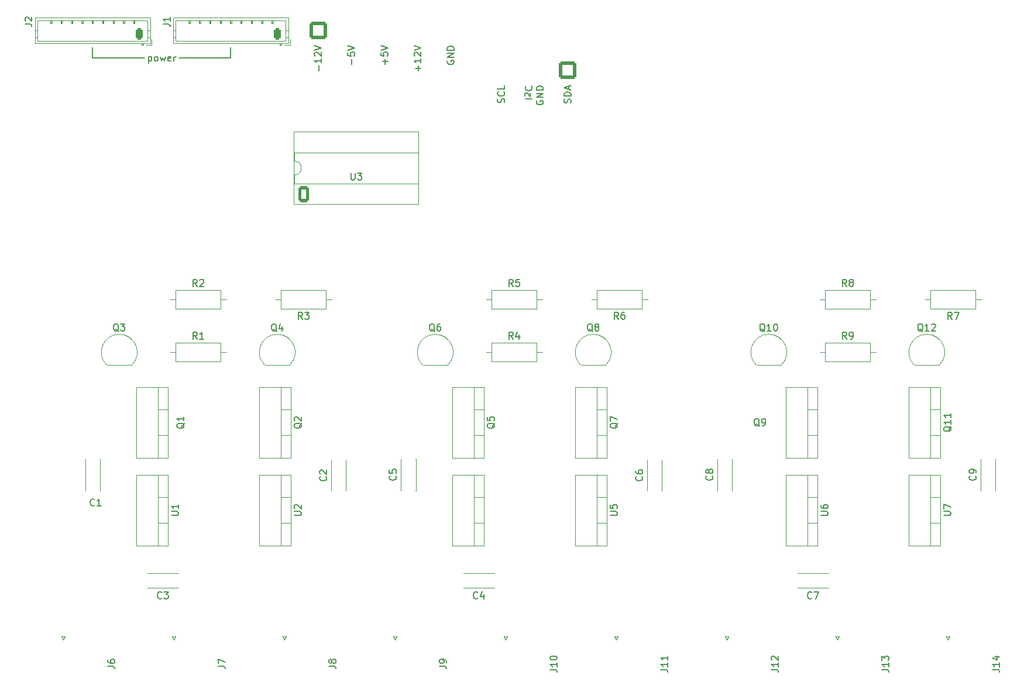
<source format=gto>
G04 #@! TF.GenerationSoftware,KiCad,Pcbnew,9.0.0*
G04 #@! TF.CreationDate,2025-06-03T18:34:14-07:00*
G04 #@! TF.ProjectId,H_bridge,485f6272-6964-4676-952e-6b696361645f,rev?*
G04 #@! TF.SameCoordinates,Original*
G04 #@! TF.FileFunction,Legend,Top*
G04 #@! TF.FilePolarity,Positive*
%FSLAX46Y46*%
G04 Gerber Fmt 4.6, Leading zero omitted, Abs format (unit mm)*
G04 Created by KiCad (PCBNEW 9.0.0) date 2025-06-03 18:34:14*
%MOMM*%
%LPD*%
G01*
G04 APERTURE LIST*
G04 Aperture macros list*
%AMRoundRect*
0 Rectangle with rounded corners*
0 $1 Rounding radius*
0 $2 $3 $4 $5 $6 $7 $8 $9 X,Y pos of 4 corners*
0 Add a 4 corners polygon primitive as box body*
4,1,4,$2,$3,$4,$5,$6,$7,$8,$9,$2,$3,0*
0 Add four circle primitives for the rounded corners*
1,1,$1+$1,$2,$3*
1,1,$1+$1,$4,$5*
1,1,$1+$1,$6,$7*
1,1,$1+$1,$8,$9*
0 Add four rect primitives between the rounded corners*
20,1,$1+$1,$2,$3,$4,$5,0*
20,1,$1+$1,$4,$5,$6,$7,0*
20,1,$1+$1,$6,$7,$8,$9,0*
20,1,$1+$1,$8,$9,$2,$3,0*%
G04 Aperture macros list end*
%ADD10C,0.150000*%
%ADD11C,0.120000*%
%ADD12C,1.600000*%
%ADD13O,1.600000X1.600000*%
%ADD14RoundRect,0.249999X-1.025001X-1.025001X1.025001X-1.025001X1.025001X1.025001X-1.025001X1.025001X0*%
%ADD15C,2.550000*%
%ADD16R,1.050000X1.500000*%
%ADD17O,1.050000X1.500000*%
%ADD18RoundRect,0.250000X0.265000X0.615000X-0.265000X0.615000X-0.265000X-0.615000X0.265000X-0.615000X0*%
%ADD19O,1.030000X1.730000*%
%ADD20R,2.290000X5.080000*%
%ADD21R,2.420000X5.080000*%
%ADD22R,2.000000X1.905000*%
%ADD23O,2.000000X1.905000*%
%ADD24C,3.200000*%
%ADD25RoundRect,0.250000X0.550000X-0.950000X0.550000X0.950000X-0.550000X0.950000X-0.550000X-0.950000X0*%
%ADD26O,1.600000X2.400000*%
%ADD27RoundRect,0.249999X1.025001X1.025001X-1.025001X1.025001X-1.025001X-1.025001X1.025001X-1.025001X0*%
G04 APERTURE END LIST*
D10*
X134250000Y-59000000D02*
X134250000Y-57500000D01*
X126750000Y-59000000D02*
X134250000Y-59000000D01*
X114250000Y-59000000D02*
X114250000Y-57500000D01*
X121750000Y-59000000D02*
X114250000Y-59000000D01*
X122321428Y-58788152D02*
X122321428Y-59788152D01*
X122321428Y-58835771D02*
X122416666Y-58788152D01*
X122416666Y-58788152D02*
X122607142Y-58788152D01*
X122607142Y-58788152D02*
X122702380Y-58835771D01*
X122702380Y-58835771D02*
X122749999Y-58883390D01*
X122749999Y-58883390D02*
X122797618Y-58978628D01*
X122797618Y-58978628D02*
X122797618Y-59264342D01*
X122797618Y-59264342D02*
X122749999Y-59359580D01*
X122749999Y-59359580D02*
X122702380Y-59407200D01*
X122702380Y-59407200D02*
X122607142Y-59454819D01*
X122607142Y-59454819D02*
X122416666Y-59454819D01*
X122416666Y-59454819D02*
X122321428Y-59407200D01*
X123369047Y-59454819D02*
X123273809Y-59407200D01*
X123273809Y-59407200D02*
X123226190Y-59359580D01*
X123226190Y-59359580D02*
X123178571Y-59264342D01*
X123178571Y-59264342D02*
X123178571Y-58978628D01*
X123178571Y-58978628D02*
X123226190Y-58883390D01*
X123226190Y-58883390D02*
X123273809Y-58835771D01*
X123273809Y-58835771D02*
X123369047Y-58788152D01*
X123369047Y-58788152D02*
X123511904Y-58788152D01*
X123511904Y-58788152D02*
X123607142Y-58835771D01*
X123607142Y-58835771D02*
X123654761Y-58883390D01*
X123654761Y-58883390D02*
X123702380Y-58978628D01*
X123702380Y-58978628D02*
X123702380Y-59264342D01*
X123702380Y-59264342D02*
X123654761Y-59359580D01*
X123654761Y-59359580D02*
X123607142Y-59407200D01*
X123607142Y-59407200D02*
X123511904Y-59454819D01*
X123511904Y-59454819D02*
X123369047Y-59454819D01*
X124035714Y-58788152D02*
X124226190Y-59454819D01*
X124226190Y-59454819D02*
X124416666Y-58978628D01*
X124416666Y-58978628D02*
X124607142Y-59454819D01*
X124607142Y-59454819D02*
X124797618Y-58788152D01*
X125559523Y-59407200D02*
X125464285Y-59454819D01*
X125464285Y-59454819D02*
X125273809Y-59454819D01*
X125273809Y-59454819D02*
X125178571Y-59407200D01*
X125178571Y-59407200D02*
X125130952Y-59311961D01*
X125130952Y-59311961D02*
X125130952Y-58931009D01*
X125130952Y-58931009D02*
X125178571Y-58835771D01*
X125178571Y-58835771D02*
X125273809Y-58788152D01*
X125273809Y-58788152D02*
X125464285Y-58788152D01*
X125464285Y-58788152D02*
X125559523Y-58835771D01*
X125559523Y-58835771D02*
X125607142Y-58931009D01*
X125607142Y-58931009D02*
X125607142Y-59026247D01*
X125607142Y-59026247D02*
X125130952Y-59121485D01*
X126035714Y-59454819D02*
X126035714Y-58788152D01*
X126035714Y-58978628D02*
X126083333Y-58883390D01*
X126083333Y-58883390D02*
X126130952Y-58835771D01*
X126130952Y-58835771D02*
X126226190Y-58788152D01*
X126226190Y-58788152D02*
X126321428Y-58788152D01*
X151773866Y-59908207D02*
X151773866Y-59146303D01*
X151154819Y-58193922D02*
X151154819Y-58670112D01*
X151154819Y-58670112D02*
X151631009Y-58717731D01*
X151631009Y-58717731D02*
X151583390Y-58670112D01*
X151583390Y-58670112D02*
X151535771Y-58574874D01*
X151535771Y-58574874D02*
X151535771Y-58336779D01*
X151535771Y-58336779D02*
X151583390Y-58241541D01*
X151583390Y-58241541D02*
X151631009Y-58193922D01*
X151631009Y-58193922D02*
X151726247Y-58146303D01*
X151726247Y-58146303D02*
X151964342Y-58146303D01*
X151964342Y-58146303D02*
X152059580Y-58193922D01*
X152059580Y-58193922D02*
X152107200Y-58241541D01*
X152107200Y-58241541D02*
X152154819Y-58336779D01*
X152154819Y-58336779D02*
X152154819Y-58574874D01*
X152154819Y-58574874D02*
X152107200Y-58670112D01*
X152107200Y-58670112D02*
X152059580Y-58717731D01*
X151154819Y-57860588D02*
X152154819Y-57527255D01*
X152154819Y-57527255D02*
X151154819Y-57193922D01*
X146973866Y-60860588D02*
X146973866Y-60098684D01*
X147354819Y-59098684D02*
X147354819Y-59670112D01*
X147354819Y-59384398D02*
X146354819Y-59384398D01*
X146354819Y-59384398D02*
X146497676Y-59479636D01*
X146497676Y-59479636D02*
X146592914Y-59574874D01*
X146592914Y-59574874D02*
X146640533Y-59670112D01*
X146450057Y-58717731D02*
X146402438Y-58670112D01*
X146402438Y-58670112D02*
X146354819Y-58574874D01*
X146354819Y-58574874D02*
X146354819Y-58336779D01*
X146354819Y-58336779D02*
X146402438Y-58241541D01*
X146402438Y-58241541D02*
X146450057Y-58193922D01*
X146450057Y-58193922D02*
X146545295Y-58146303D01*
X146545295Y-58146303D02*
X146640533Y-58146303D01*
X146640533Y-58146303D02*
X146783390Y-58193922D01*
X146783390Y-58193922D02*
X147354819Y-58765350D01*
X147354819Y-58765350D02*
X147354819Y-58146303D01*
X146354819Y-57860588D02*
X147354819Y-57527255D01*
X147354819Y-57527255D02*
X146354819Y-57193922D01*
X156573866Y-59908207D02*
X156573866Y-59146303D01*
X156954819Y-59527255D02*
X156192914Y-59527255D01*
X155954819Y-58193922D02*
X155954819Y-58670112D01*
X155954819Y-58670112D02*
X156431009Y-58717731D01*
X156431009Y-58717731D02*
X156383390Y-58670112D01*
X156383390Y-58670112D02*
X156335771Y-58574874D01*
X156335771Y-58574874D02*
X156335771Y-58336779D01*
X156335771Y-58336779D02*
X156383390Y-58241541D01*
X156383390Y-58241541D02*
X156431009Y-58193922D01*
X156431009Y-58193922D02*
X156526247Y-58146303D01*
X156526247Y-58146303D02*
X156764342Y-58146303D01*
X156764342Y-58146303D02*
X156859580Y-58193922D01*
X156859580Y-58193922D02*
X156907200Y-58241541D01*
X156907200Y-58241541D02*
X156954819Y-58336779D01*
X156954819Y-58336779D02*
X156954819Y-58574874D01*
X156954819Y-58574874D02*
X156907200Y-58670112D01*
X156907200Y-58670112D02*
X156859580Y-58717731D01*
X155954819Y-57860588D02*
X156954819Y-57527255D01*
X156954819Y-57527255D02*
X155954819Y-57193922D01*
X161373866Y-60860588D02*
X161373866Y-60098684D01*
X161754819Y-60479636D02*
X160992914Y-60479636D01*
X161754819Y-59098684D02*
X161754819Y-59670112D01*
X161754819Y-59384398D02*
X160754819Y-59384398D01*
X160754819Y-59384398D02*
X160897676Y-59479636D01*
X160897676Y-59479636D02*
X160992914Y-59574874D01*
X160992914Y-59574874D02*
X161040533Y-59670112D01*
X160850057Y-58717731D02*
X160802438Y-58670112D01*
X160802438Y-58670112D02*
X160754819Y-58574874D01*
X160754819Y-58574874D02*
X160754819Y-58336779D01*
X160754819Y-58336779D02*
X160802438Y-58241541D01*
X160802438Y-58241541D02*
X160850057Y-58193922D01*
X160850057Y-58193922D02*
X160945295Y-58146303D01*
X160945295Y-58146303D02*
X161040533Y-58146303D01*
X161040533Y-58146303D02*
X161183390Y-58193922D01*
X161183390Y-58193922D02*
X161754819Y-58765350D01*
X161754819Y-58765350D02*
X161754819Y-58146303D01*
X160754819Y-57860588D02*
X161754819Y-57527255D01*
X161754819Y-57527255D02*
X160754819Y-57193922D01*
X165602438Y-59384398D02*
X165554819Y-59479636D01*
X165554819Y-59479636D02*
X165554819Y-59622493D01*
X165554819Y-59622493D02*
X165602438Y-59765350D01*
X165602438Y-59765350D02*
X165697676Y-59860588D01*
X165697676Y-59860588D02*
X165792914Y-59908207D01*
X165792914Y-59908207D02*
X165983390Y-59955826D01*
X165983390Y-59955826D02*
X166126247Y-59955826D01*
X166126247Y-59955826D02*
X166316723Y-59908207D01*
X166316723Y-59908207D02*
X166411961Y-59860588D01*
X166411961Y-59860588D02*
X166507200Y-59765350D01*
X166507200Y-59765350D02*
X166554819Y-59622493D01*
X166554819Y-59622493D02*
X166554819Y-59527255D01*
X166554819Y-59527255D02*
X166507200Y-59384398D01*
X166507200Y-59384398D02*
X166459580Y-59336779D01*
X166459580Y-59336779D02*
X166126247Y-59336779D01*
X166126247Y-59336779D02*
X166126247Y-59527255D01*
X166554819Y-58908207D02*
X165554819Y-58908207D01*
X165554819Y-58908207D02*
X166554819Y-58336779D01*
X166554819Y-58336779D02*
X165554819Y-58336779D01*
X166554819Y-57860588D02*
X165554819Y-57860588D01*
X165554819Y-57860588D02*
X165554819Y-57622493D01*
X165554819Y-57622493D02*
X165602438Y-57479636D01*
X165602438Y-57479636D02*
X165697676Y-57384398D01*
X165697676Y-57384398D02*
X165792914Y-57336779D01*
X165792914Y-57336779D02*
X165983390Y-57289160D01*
X165983390Y-57289160D02*
X166126247Y-57289160D01*
X166126247Y-57289160D02*
X166316723Y-57336779D01*
X166316723Y-57336779D02*
X166411961Y-57384398D01*
X166411961Y-57384398D02*
X166507200Y-57479636D01*
X166507200Y-57479636D02*
X166554819Y-57622493D01*
X166554819Y-57622493D02*
X166554819Y-57860588D01*
X173807200Y-65470112D02*
X173854819Y-65327255D01*
X173854819Y-65327255D02*
X173854819Y-65089160D01*
X173854819Y-65089160D02*
X173807200Y-64993922D01*
X173807200Y-64993922D02*
X173759580Y-64946303D01*
X173759580Y-64946303D02*
X173664342Y-64898684D01*
X173664342Y-64898684D02*
X173569104Y-64898684D01*
X173569104Y-64898684D02*
X173473866Y-64946303D01*
X173473866Y-64946303D02*
X173426247Y-64993922D01*
X173426247Y-64993922D02*
X173378628Y-65089160D01*
X173378628Y-65089160D02*
X173331009Y-65279636D01*
X173331009Y-65279636D02*
X173283390Y-65374874D01*
X173283390Y-65374874D02*
X173235771Y-65422493D01*
X173235771Y-65422493D02*
X173140533Y-65470112D01*
X173140533Y-65470112D02*
X173045295Y-65470112D01*
X173045295Y-65470112D02*
X172950057Y-65422493D01*
X172950057Y-65422493D02*
X172902438Y-65374874D01*
X172902438Y-65374874D02*
X172854819Y-65279636D01*
X172854819Y-65279636D02*
X172854819Y-65041541D01*
X172854819Y-65041541D02*
X172902438Y-64898684D01*
X173759580Y-63898684D02*
X173807200Y-63946303D01*
X173807200Y-63946303D02*
X173854819Y-64089160D01*
X173854819Y-64089160D02*
X173854819Y-64184398D01*
X173854819Y-64184398D02*
X173807200Y-64327255D01*
X173807200Y-64327255D02*
X173711961Y-64422493D01*
X173711961Y-64422493D02*
X173616723Y-64470112D01*
X173616723Y-64470112D02*
X173426247Y-64517731D01*
X173426247Y-64517731D02*
X173283390Y-64517731D01*
X173283390Y-64517731D02*
X173092914Y-64470112D01*
X173092914Y-64470112D02*
X172997676Y-64422493D01*
X172997676Y-64422493D02*
X172902438Y-64327255D01*
X172902438Y-64327255D02*
X172854819Y-64184398D01*
X172854819Y-64184398D02*
X172854819Y-64089160D01*
X172854819Y-64089160D02*
X172902438Y-63946303D01*
X172902438Y-63946303D02*
X172950057Y-63898684D01*
X173854819Y-62993922D02*
X173854819Y-63470112D01*
X173854819Y-63470112D02*
X172854819Y-63470112D01*
X177849847Y-64898683D02*
X176849847Y-64898683D01*
X176836513Y-64508208D02*
X176798418Y-64470112D01*
X176798418Y-64470112D02*
X176760323Y-64393922D01*
X176760323Y-64393922D02*
X176760323Y-64203446D01*
X176760323Y-64203446D02*
X176798418Y-64127255D01*
X176798418Y-64127255D02*
X176836513Y-64089160D01*
X176836513Y-64089160D02*
X176912704Y-64051065D01*
X176912704Y-64051065D02*
X176988894Y-64051065D01*
X176988894Y-64051065D02*
X177103180Y-64089160D01*
X177103180Y-64089160D02*
X177560323Y-64546303D01*
X177560323Y-64546303D02*
X177560323Y-64051065D01*
X177754608Y-63089160D02*
X177802228Y-63136779D01*
X177802228Y-63136779D02*
X177849847Y-63279636D01*
X177849847Y-63279636D02*
X177849847Y-63374874D01*
X177849847Y-63374874D02*
X177802228Y-63517731D01*
X177802228Y-63517731D02*
X177706989Y-63612969D01*
X177706989Y-63612969D02*
X177611751Y-63660588D01*
X177611751Y-63660588D02*
X177421275Y-63708207D01*
X177421275Y-63708207D02*
X177278418Y-63708207D01*
X177278418Y-63708207D02*
X177087942Y-63660588D01*
X177087942Y-63660588D02*
X176992704Y-63612969D01*
X176992704Y-63612969D02*
X176897466Y-63517731D01*
X176897466Y-63517731D02*
X176849847Y-63374874D01*
X176849847Y-63374874D02*
X176849847Y-63279636D01*
X176849847Y-63279636D02*
X176897466Y-63136779D01*
X176897466Y-63136779D02*
X176945085Y-63089160D01*
X178507410Y-65184398D02*
X178459791Y-65279636D01*
X178459791Y-65279636D02*
X178459791Y-65422493D01*
X178459791Y-65422493D02*
X178507410Y-65565350D01*
X178507410Y-65565350D02*
X178602648Y-65660588D01*
X178602648Y-65660588D02*
X178697886Y-65708207D01*
X178697886Y-65708207D02*
X178888362Y-65755826D01*
X178888362Y-65755826D02*
X179031219Y-65755826D01*
X179031219Y-65755826D02*
X179221695Y-65708207D01*
X179221695Y-65708207D02*
X179316933Y-65660588D01*
X179316933Y-65660588D02*
X179412172Y-65565350D01*
X179412172Y-65565350D02*
X179459791Y-65422493D01*
X179459791Y-65422493D02*
X179459791Y-65327255D01*
X179459791Y-65327255D02*
X179412172Y-65184398D01*
X179412172Y-65184398D02*
X179364552Y-65136779D01*
X179364552Y-65136779D02*
X179031219Y-65136779D01*
X179031219Y-65136779D02*
X179031219Y-65327255D01*
X179459791Y-64708207D02*
X178459791Y-64708207D01*
X178459791Y-64708207D02*
X179459791Y-64136779D01*
X179459791Y-64136779D02*
X178459791Y-64136779D01*
X179459791Y-63660588D02*
X178459791Y-63660588D01*
X178459791Y-63660588D02*
X178459791Y-63422493D01*
X178459791Y-63422493D02*
X178507410Y-63279636D01*
X178507410Y-63279636D02*
X178602648Y-63184398D01*
X178602648Y-63184398D02*
X178697886Y-63136779D01*
X178697886Y-63136779D02*
X178888362Y-63089160D01*
X178888362Y-63089160D02*
X179031219Y-63089160D01*
X179031219Y-63089160D02*
X179221695Y-63136779D01*
X179221695Y-63136779D02*
X179316933Y-63184398D01*
X179316933Y-63184398D02*
X179412172Y-63279636D01*
X179412172Y-63279636D02*
X179459791Y-63422493D01*
X179459791Y-63422493D02*
X179459791Y-63660588D01*
X183407200Y-65517731D02*
X183454819Y-65374874D01*
X183454819Y-65374874D02*
X183454819Y-65136779D01*
X183454819Y-65136779D02*
X183407200Y-65041541D01*
X183407200Y-65041541D02*
X183359580Y-64993922D01*
X183359580Y-64993922D02*
X183264342Y-64946303D01*
X183264342Y-64946303D02*
X183169104Y-64946303D01*
X183169104Y-64946303D02*
X183073866Y-64993922D01*
X183073866Y-64993922D02*
X183026247Y-65041541D01*
X183026247Y-65041541D02*
X182978628Y-65136779D01*
X182978628Y-65136779D02*
X182931009Y-65327255D01*
X182931009Y-65327255D02*
X182883390Y-65422493D01*
X182883390Y-65422493D02*
X182835771Y-65470112D01*
X182835771Y-65470112D02*
X182740533Y-65517731D01*
X182740533Y-65517731D02*
X182645295Y-65517731D01*
X182645295Y-65517731D02*
X182550057Y-65470112D01*
X182550057Y-65470112D02*
X182502438Y-65422493D01*
X182502438Y-65422493D02*
X182454819Y-65327255D01*
X182454819Y-65327255D02*
X182454819Y-65089160D01*
X182454819Y-65089160D02*
X182502438Y-64946303D01*
X183454819Y-64517731D02*
X182454819Y-64517731D01*
X182454819Y-64517731D02*
X182454819Y-64279636D01*
X182454819Y-64279636D02*
X182502438Y-64136779D01*
X182502438Y-64136779D02*
X182597676Y-64041541D01*
X182597676Y-64041541D02*
X182692914Y-63993922D01*
X182692914Y-63993922D02*
X182883390Y-63946303D01*
X182883390Y-63946303D02*
X183026247Y-63946303D01*
X183026247Y-63946303D02*
X183216723Y-63993922D01*
X183216723Y-63993922D02*
X183311961Y-64041541D01*
X183311961Y-64041541D02*
X183407200Y-64136779D01*
X183407200Y-64136779D02*
X183454819Y-64279636D01*
X183454819Y-64279636D02*
X183454819Y-64517731D01*
X183169104Y-63565350D02*
X183169104Y-63089160D01*
X183454819Y-63660588D02*
X182454819Y-63327255D01*
X182454819Y-63327255D02*
X183454819Y-62993922D01*
X144613333Y-96804819D02*
X144280000Y-96328628D01*
X144041905Y-96804819D02*
X144041905Y-95804819D01*
X144041905Y-95804819D02*
X144422857Y-95804819D01*
X144422857Y-95804819D02*
X144518095Y-95852438D01*
X144518095Y-95852438D02*
X144565714Y-95900057D01*
X144565714Y-95900057D02*
X144613333Y-95995295D01*
X144613333Y-95995295D02*
X144613333Y-96138152D01*
X144613333Y-96138152D02*
X144565714Y-96233390D01*
X144565714Y-96233390D02*
X144518095Y-96281009D01*
X144518095Y-96281009D02*
X144422857Y-96328628D01*
X144422857Y-96328628D02*
X144041905Y-96328628D01*
X144946667Y-95804819D02*
X145565714Y-95804819D01*
X145565714Y-95804819D02*
X145232381Y-96185771D01*
X145232381Y-96185771D02*
X145375238Y-96185771D01*
X145375238Y-96185771D02*
X145470476Y-96233390D01*
X145470476Y-96233390D02*
X145518095Y-96281009D01*
X145518095Y-96281009D02*
X145565714Y-96376247D01*
X145565714Y-96376247D02*
X145565714Y-96614342D01*
X145565714Y-96614342D02*
X145518095Y-96709580D01*
X145518095Y-96709580D02*
X145470476Y-96757200D01*
X145470476Y-96757200D02*
X145375238Y-96804819D01*
X145375238Y-96804819D02*
X145089524Y-96804819D01*
X145089524Y-96804819D02*
X144994286Y-96757200D01*
X144994286Y-96757200D02*
X144946667Y-96709580D01*
X169973333Y-137179580D02*
X169925714Y-137227200D01*
X169925714Y-137227200D02*
X169782857Y-137274819D01*
X169782857Y-137274819D02*
X169687619Y-137274819D01*
X169687619Y-137274819D02*
X169544762Y-137227200D01*
X169544762Y-137227200D02*
X169449524Y-137131961D01*
X169449524Y-137131961D02*
X169401905Y-137036723D01*
X169401905Y-137036723D02*
X169354286Y-136846247D01*
X169354286Y-136846247D02*
X169354286Y-136703390D01*
X169354286Y-136703390D02*
X169401905Y-136512914D01*
X169401905Y-136512914D02*
X169449524Y-136417676D01*
X169449524Y-136417676D02*
X169544762Y-136322438D01*
X169544762Y-136322438D02*
X169687619Y-136274819D01*
X169687619Y-136274819D02*
X169782857Y-136274819D01*
X169782857Y-136274819D02*
X169925714Y-136322438D01*
X169925714Y-136322438D02*
X169973333Y-136370057D01*
X170830476Y-136608152D02*
X170830476Y-137274819D01*
X170592381Y-136227200D02*
X170354286Y-136941485D01*
X170354286Y-136941485D02*
X170973333Y-136941485D01*
X118014761Y-98590057D02*
X117919523Y-98542438D01*
X117919523Y-98542438D02*
X117824285Y-98447200D01*
X117824285Y-98447200D02*
X117681428Y-98304342D01*
X117681428Y-98304342D02*
X117586190Y-98256723D01*
X117586190Y-98256723D02*
X117490952Y-98256723D01*
X117538571Y-98494819D02*
X117443333Y-98447200D01*
X117443333Y-98447200D02*
X117348095Y-98351961D01*
X117348095Y-98351961D02*
X117300476Y-98161485D01*
X117300476Y-98161485D02*
X117300476Y-97828152D01*
X117300476Y-97828152D02*
X117348095Y-97637676D01*
X117348095Y-97637676D02*
X117443333Y-97542438D01*
X117443333Y-97542438D02*
X117538571Y-97494819D01*
X117538571Y-97494819D02*
X117729047Y-97494819D01*
X117729047Y-97494819D02*
X117824285Y-97542438D01*
X117824285Y-97542438D02*
X117919523Y-97637676D01*
X117919523Y-97637676D02*
X117967142Y-97828152D01*
X117967142Y-97828152D02*
X117967142Y-98161485D01*
X117967142Y-98161485D02*
X117919523Y-98351961D01*
X117919523Y-98351961D02*
X117824285Y-98447200D01*
X117824285Y-98447200D02*
X117729047Y-98494819D01*
X117729047Y-98494819D02*
X117538571Y-98494819D01*
X118300476Y-97494819D02*
X118919523Y-97494819D01*
X118919523Y-97494819D02*
X118586190Y-97875771D01*
X118586190Y-97875771D02*
X118729047Y-97875771D01*
X118729047Y-97875771D02*
X118824285Y-97923390D01*
X118824285Y-97923390D02*
X118871904Y-97971009D01*
X118871904Y-97971009D02*
X118919523Y-98066247D01*
X118919523Y-98066247D02*
X118919523Y-98304342D01*
X118919523Y-98304342D02*
X118871904Y-98399580D01*
X118871904Y-98399580D02*
X118824285Y-98447200D01*
X118824285Y-98447200D02*
X118729047Y-98494819D01*
X118729047Y-98494819D02*
X118443333Y-98494819D01*
X118443333Y-98494819D02*
X118348095Y-98447200D01*
X118348095Y-98447200D02*
X118300476Y-98399580D01*
X124454819Y-54083333D02*
X125169104Y-54083333D01*
X125169104Y-54083333D02*
X125311961Y-54130952D01*
X125311961Y-54130952D02*
X125407200Y-54226190D01*
X125407200Y-54226190D02*
X125454819Y-54369047D01*
X125454819Y-54369047D02*
X125454819Y-54464285D01*
X125454819Y-53083333D02*
X125454819Y-53654761D01*
X125454819Y-53369047D02*
X124454819Y-53369047D01*
X124454819Y-53369047D02*
X124597676Y-53464285D01*
X124597676Y-53464285D02*
X124692914Y-53559523D01*
X124692914Y-53559523D02*
X124740533Y-53654761D01*
X140874761Y-98590057D02*
X140779523Y-98542438D01*
X140779523Y-98542438D02*
X140684285Y-98447200D01*
X140684285Y-98447200D02*
X140541428Y-98304342D01*
X140541428Y-98304342D02*
X140446190Y-98256723D01*
X140446190Y-98256723D02*
X140350952Y-98256723D01*
X140398571Y-98494819D02*
X140303333Y-98447200D01*
X140303333Y-98447200D02*
X140208095Y-98351961D01*
X140208095Y-98351961D02*
X140160476Y-98161485D01*
X140160476Y-98161485D02*
X140160476Y-97828152D01*
X140160476Y-97828152D02*
X140208095Y-97637676D01*
X140208095Y-97637676D02*
X140303333Y-97542438D01*
X140303333Y-97542438D02*
X140398571Y-97494819D01*
X140398571Y-97494819D02*
X140589047Y-97494819D01*
X140589047Y-97494819D02*
X140684285Y-97542438D01*
X140684285Y-97542438D02*
X140779523Y-97637676D01*
X140779523Y-97637676D02*
X140827142Y-97828152D01*
X140827142Y-97828152D02*
X140827142Y-98161485D01*
X140827142Y-98161485D02*
X140779523Y-98351961D01*
X140779523Y-98351961D02*
X140684285Y-98447200D01*
X140684285Y-98447200D02*
X140589047Y-98494819D01*
X140589047Y-98494819D02*
X140398571Y-98494819D01*
X141684285Y-97828152D02*
X141684285Y-98494819D01*
X141446190Y-97447200D02*
X141208095Y-98161485D01*
X141208095Y-98161485D02*
X141827142Y-98161485D01*
X223353333Y-92064819D02*
X223020000Y-91588628D01*
X222781905Y-92064819D02*
X222781905Y-91064819D01*
X222781905Y-91064819D02*
X223162857Y-91064819D01*
X223162857Y-91064819D02*
X223258095Y-91112438D01*
X223258095Y-91112438D02*
X223305714Y-91160057D01*
X223305714Y-91160057D02*
X223353333Y-91255295D01*
X223353333Y-91255295D02*
X223353333Y-91398152D01*
X223353333Y-91398152D02*
X223305714Y-91493390D01*
X223305714Y-91493390D02*
X223258095Y-91541009D01*
X223258095Y-91541009D02*
X223162857Y-91588628D01*
X223162857Y-91588628D02*
X222781905Y-91588628D01*
X223924762Y-91493390D02*
X223829524Y-91445771D01*
X223829524Y-91445771D02*
X223781905Y-91398152D01*
X223781905Y-91398152D02*
X223734286Y-91302914D01*
X223734286Y-91302914D02*
X223734286Y-91255295D01*
X223734286Y-91255295D02*
X223781905Y-91160057D01*
X223781905Y-91160057D02*
X223829524Y-91112438D01*
X223829524Y-91112438D02*
X223924762Y-91064819D01*
X223924762Y-91064819D02*
X224115238Y-91064819D01*
X224115238Y-91064819D02*
X224210476Y-91112438D01*
X224210476Y-91112438D02*
X224258095Y-91160057D01*
X224258095Y-91160057D02*
X224305714Y-91255295D01*
X224305714Y-91255295D02*
X224305714Y-91302914D01*
X224305714Y-91302914D02*
X224258095Y-91398152D01*
X224258095Y-91398152D02*
X224210476Y-91445771D01*
X224210476Y-91445771D02*
X224115238Y-91493390D01*
X224115238Y-91493390D02*
X223924762Y-91493390D01*
X223924762Y-91493390D02*
X223829524Y-91541009D01*
X223829524Y-91541009D02*
X223781905Y-91588628D01*
X223781905Y-91588628D02*
X223734286Y-91683866D01*
X223734286Y-91683866D02*
X223734286Y-91874342D01*
X223734286Y-91874342D02*
X223781905Y-91969580D01*
X223781905Y-91969580D02*
X223829524Y-92017200D01*
X223829524Y-92017200D02*
X223924762Y-92064819D01*
X223924762Y-92064819D02*
X224115238Y-92064819D01*
X224115238Y-92064819D02*
X224210476Y-92017200D01*
X224210476Y-92017200D02*
X224258095Y-91969580D01*
X224258095Y-91969580D02*
X224305714Y-91874342D01*
X224305714Y-91874342D02*
X224305714Y-91683866D01*
X224305714Y-91683866D02*
X224258095Y-91588628D01*
X224258095Y-91588628D02*
X224210476Y-91541009D01*
X224210476Y-91541009D02*
X224115238Y-91493390D01*
X212454819Y-147519523D02*
X213169104Y-147519523D01*
X213169104Y-147519523D02*
X213311961Y-147567142D01*
X213311961Y-147567142D02*
X213407200Y-147662380D01*
X213407200Y-147662380D02*
X213454819Y-147805237D01*
X213454819Y-147805237D02*
X213454819Y-147900475D01*
X213454819Y-146519523D02*
X213454819Y-147090951D01*
X213454819Y-146805237D02*
X212454819Y-146805237D01*
X212454819Y-146805237D02*
X212597676Y-146900475D01*
X212597676Y-146900475D02*
X212692914Y-146995713D01*
X212692914Y-146995713D02*
X212740533Y-147090951D01*
X212550057Y-146138570D02*
X212502438Y-146090951D01*
X212502438Y-146090951D02*
X212454819Y-145995713D01*
X212454819Y-145995713D02*
X212454819Y-145757618D01*
X212454819Y-145757618D02*
X212502438Y-145662380D01*
X212502438Y-145662380D02*
X212550057Y-145614761D01*
X212550057Y-145614761D02*
X212645295Y-145567142D01*
X212645295Y-145567142D02*
X212740533Y-145567142D01*
X212740533Y-145567142D02*
X212883390Y-145614761D01*
X212883390Y-145614761D02*
X213454819Y-146186189D01*
X213454819Y-146186189D02*
X213454819Y-145567142D01*
X114523333Y-123739580D02*
X114475714Y-123787200D01*
X114475714Y-123787200D02*
X114332857Y-123834819D01*
X114332857Y-123834819D02*
X114237619Y-123834819D01*
X114237619Y-123834819D02*
X114094762Y-123787200D01*
X114094762Y-123787200D02*
X113999524Y-123691961D01*
X113999524Y-123691961D02*
X113951905Y-123596723D01*
X113951905Y-123596723D02*
X113904286Y-123406247D01*
X113904286Y-123406247D02*
X113904286Y-123263390D01*
X113904286Y-123263390D02*
X113951905Y-123072914D01*
X113951905Y-123072914D02*
X113999524Y-122977676D01*
X113999524Y-122977676D02*
X114094762Y-122882438D01*
X114094762Y-122882438D02*
X114237619Y-122834819D01*
X114237619Y-122834819D02*
X114332857Y-122834819D01*
X114332857Y-122834819D02*
X114475714Y-122882438D01*
X114475714Y-122882438D02*
X114523333Y-122930057D01*
X115475714Y-123834819D02*
X114904286Y-123834819D01*
X115190000Y-123834819D02*
X115190000Y-122834819D01*
X115190000Y-122834819D02*
X115094762Y-122977676D01*
X115094762Y-122977676D02*
X114999524Y-123072914D01*
X114999524Y-123072914D02*
X114904286Y-123120533D01*
X244454819Y-147519523D02*
X245169104Y-147519523D01*
X245169104Y-147519523D02*
X245311961Y-147567142D01*
X245311961Y-147567142D02*
X245407200Y-147662380D01*
X245407200Y-147662380D02*
X245454819Y-147805237D01*
X245454819Y-147805237D02*
X245454819Y-147900475D01*
X245454819Y-146519523D02*
X245454819Y-147090951D01*
X245454819Y-146805237D02*
X244454819Y-146805237D01*
X244454819Y-146805237D02*
X244597676Y-146900475D01*
X244597676Y-146900475D02*
X244692914Y-146995713D01*
X244692914Y-146995713D02*
X244740533Y-147090951D01*
X244788152Y-145662380D02*
X245454819Y-145662380D01*
X244407200Y-145900475D02*
X245121485Y-146138570D01*
X245121485Y-146138570D02*
X245121485Y-145519523D01*
X172460057Y-111855238D02*
X172412438Y-111950476D01*
X172412438Y-111950476D02*
X172317200Y-112045714D01*
X172317200Y-112045714D02*
X172174342Y-112188571D01*
X172174342Y-112188571D02*
X172126723Y-112283809D01*
X172126723Y-112283809D02*
X172126723Y-112379047D01*
X172364819Y-112331428D02*
X172317200Y-112426666D01*
X172317200Y-112426666D02*
X172221961Y-112521904D01*
X172221961Y-112521904D02*
X172031485Y-112569523D01*
X172031485Y-112569523D02*
X171698152Y-112569523D01*
X171698152Y-112569523D02*
X171507676Y-112521904D01*
X171507676Y-112521904D02*
X171412438Y-112426666D01*
X171412438Y-112426666D02*
X171364819Y-112331428D01*
X171364819Y-112331428D02*
X171364819Y-112140952D01*
X171364819Y-112140952D02*
X171412438Y-112045714D01*
X171412438Y-112045714D02*
X171507676Y-111950476D01*
X171507676Y-111950476D02*
X171698152Y-111902857D01*
X171698152Y-111902857D02*
X172031485Y-111902857D01*
X172031485Y-111902857D02*
X172221961Y-111950476D01*
X172221961Y-111950476D02*
X172317200Y-112045714D01*
X172317200Y-112045714D02*
X172364819Y-112140952D01*
X172364819Y-112140952D02*
X172364819Y-112331428D01*
X171364819Y-110998095D02*
X171364819Y-111474285D01*
X171364819Y-111474285D02*
X171841009Y-111521904D01*
X171841009Y-111521904D02*
X171793390Y-111474285D01*
X171793390Y-111474285D02*
X171745771Y-111379047D01*
X171745771Y-111379047D02*
X171745771Y-111140952D01*
X171745771Y-111140952D02*
X171793390Y-111045714D01*
X171793390Y-111045714D02*
X171841009Y-110998095D01*
X171841009Y-110998095D02*
X171936247Y-110950476D01*
X171936247Y-110950476D02*
X172174342Y-110950476D01*
X172174342Y-110950476D02*
X172269580Y-110998095D01*
X172269580Y-110998095D02*
X172317200Y-111045714D01*
X172317200Y-111045714D02*
X172364819Y-111140952D01*
X172364819Y-111140952D02*
X172364819Y-111379047D01*
X172364819Y-111379047D02*
X172317200Y-111474285D01*
X172317200Y-111474285D02*
X172269580Y-111521904D01*
X237404819Y-125221904D02*
X238214342Y-125221904D01*
X238214342Y-125221904D02*
X238309580Y-125174285D01*
X238309580Y-125174285D02*
X238357200Y-125126666D01*
X238357200Y-125126666D02*
X238404819Y-125031428D01*
X238404819Y-125031428D02*
X238404819Y-124840952D01*
X238404819Y-124840952D02*
X238357200Y-124745714D01*
X238357200Y-124745714D02*
X238309580Y-124698095D01*
X238309580Y-124698095D02*
X238214342Y-124650476D01*
X238214342Y-124650476D02*
X237404819Y-124650476D01*
X237404819Y-124269523D02*
X237404819Y-123602857D01*
X237404819Y-123602857D02*
X238404819Y-124031428D01*
X190240057Y-111855238D02*
X190192438Y-111950476D01*
X190192438Y-111950476D02*
X190097200Y-112045714D01*
X190097200Y-112045714D02*
X189954342Y-112188571D01*
X189954342Y-112188571D02*
X189906723Y-112283809D01*
X189906723Y-112283809D02*
X189906723Y-112379047D01*
X190144819Y-112331428D02*
X190097200Y-112426666D01*
X190097200Y-112426666D02*
X190001961Y-112521904D01*
X190001961Y-112521904D02*
X189811485Y-112569523D01*
X189811485Y-112569523D02*
X189478152Y-112569523D01*
X189478152Y-112569523D02*
X189287676Y-112521904D01*
X189287676Y-112521904D02*
X189192438Y-112426666D01*
X189192438Y-112426666D02*
X189144819Y-112331428D01*
X189144819Y-112331428D02*
X189144819Y-112140952D01*
X189144819Y-112140952D02*
X189192438Y-112045714D01*
X189192438Y-112045714D02*
X189287676Y-111950476D01*
X189287676Y-111950476D02*
X189478152Y-111902857D01*
X189478152Y-111902857D02*
X189811485Y-111902857D01*
X189811485Y-111902857D02*
X190001961Y-111950476D01*
X190001961Y-111950476D02*
X190097200Y-112045714D01*
X190097200Y-112045714D02*
X190144819Y-112140952D01*
X190144819Y-112140952D02*
X190144819Y-112331428D01*
X189144819Y-111569523D02*
X189144819Y-110902857D01*
X189144819Y-110902857D02*
X190144819Y-111331428D01*
X129373333Y-99684819D02*
X129040000Y-99208628D01*
X128801905Y-99684819D02*
X128801905Y-98684819D01*
X128801905Y-98684819D02*
X129182857Y-98684819D01*
X129182857Y-98684819D02*
X129278095Y-98732438D01*
X129278095Y-98732438D02*
X129325714Y-98780057D01*
X129325714Y-98780057D02*
X129373333Y-98875295D01*
X129373333Y-98875295D02*
X129373333Y-99018152D01*
X129373333Y-99018152D02*
X129325714Y-99113390D01*
X129325714Y-99113390D02*
X129278095Y-99161009D01*
X129278095Y-99161009D02*
X129182857Y-99208628D01*
X129182857Y-99208628D02*
X128801905Y-99208628D01*
X130325714Y-99684819D02*
X129754286Y-99684819D01*
X130040000Y-99684819D02*
X130040000Y-98684819D01*
X130040000Y-98684819D02*
X129944762Y-98827676D01*
X129944762Y-98827676D02*
X129849524Y-98922914D01*
X129849524Y-98922914D02*
X129754286Y-98970533D01*
X143424819Y-125221904D02*
X144234342Y-125221904D01*
X144234342Y-125221904D02*
X144329580Y-125174285D01*
X144329580Y-125174285D02*
X144377200Y-125126666D01*
X144377200Y-125126666D02*
X144424819Y-125031428D01*
X144424819Y-125031428D02*
X144424819Y-124840952D01*
X144424819Y-124840952D02*
X144377200Y-124745714D01*
X144377200Y-124745714D02*
X144329580Y-124698095D01*
X144329580Y-124698095D02*
X144234342Y-124650476D01*
X144234342Y-124650476D02*
X143424819Y-124650476D01*
X143520057Y-124221904D02*
X143472438Y-124174285D01*
X143472438Y-124174285D02*
X143424819Y-124079047D01*
X143424819Y-124079047D02*
X143424819Y-123840952D01*
X143424819Y-123840952D02*
X143472438Y-123745714D01*
X143472438Y-123745714D02*
X143520057Y-123698095D01*
X143520057Y-123698095D02*
X143615295Y-123650476D01*
X143615295Y-123650476D02*
X143710533Y-123650476D01*
X143710533Y-123650476D02*
X143853390Y-123698095D01*
X143853390Y-123698095D02*
X144424819Y-124269523D01*
X144424819Y-124269523D02*
X144424819Y-123650476D01*
X163734761Y-98590057D02*
X163639523Y-98542438D01*
X163639523Y-98542438D02*
X163544285Y-98447200D01*
X163544285Y-98447200D02*
X163401428Y-98304342D01*
X163401428Y-98304342D02*
X163306190Y-98256723D01*
X163306190Y-98256723D02*
X163210952Y-98256723D01*
X163258571Y-98494819D02*
X163163333Y-98447200D01*
X163163333Y-98447200D02*
X163068095Y-98351961D01*
X163068095Y-98351961D02*
X163020476Y-98161485D01*
X163020476Y-98161485D02*
X163020476Y-97828152D01*
X163020476Y-97828152D02*
X163068095Y-97637676D01*
X163068095Y-97637676D02*
X163163333Y-97542438D01*
X163163333Y-97542438D02*
X163258571Y-97494819D01*
X163258571Y-97494819D02*
X163449047Y-97494819D01*
X163449047Y-97494819D02*
X163544285Y-97542438D01*
X163544285Y-97542438D02*
X163639523Y-97637676D01*
X163639523Y-97637676D02*
X163687142Y-97828152D01*
X163687142Y-97828152D02*
X163687142Y-98161485D01*
X163687142Y-98161485D02*
X163639523Y-98351961D01*
X163639523Y-98351961D02*
X163544285Y-98447200D01*
X163544285Y-98447200D02*
X163449047Y-98494819D01*
X163449047Y-98494819D02*
X163258571Y-98494819D01*
X164544285Y-97494819D02*
X164353809Y-97494819D01*
X164353809Y-97494819D02*
X164258571Y-97542438D01*
X164258571Y-97542438D02*
X164210952Y-97590057D01*
X164210952Y-97590057D02*
X164115714Y-97732914D01*
X164115714Y-97732914D02*
X164068095Y-97923390D01*
X164068095Y-97923390D02*
X164068095Y-98304342D01*
X164068095Y-98304342D02*
X164115714Y-98399580D01*
X164115714Y-98399580D02*
X164163333Y-98447200D01*
X164163333Y-98447200D02*
X164258571Y-98494819D01*
X164258571Y-98494819D02*
X164449047Y-98494819D01*
X164449047Y-98494819D02*
X164544285Y-98447200D01*
X164544285Y-98447200D02*
X164591904Y-98399580D01*
X164591904Y-98399580D02*
X164639523Y-98304342D01*
X164639523Y-98304342D02*
X164639523Y-98066247D01*
X164639523Y-98066247D02*
X164591904Y-97971009D01*
X164591904Y-97971009D02*
X164544285Y-97923390D01*
X164544285Y-97923390D02*
X164449047Y-97875771D01*
X164449047Y-97875771D02*
X164258571Y-97875771D01*
X164258571Y-97875771D02*
X164163333Y-97923390D01*
X164163333Y-97923390D02*
X164115714Y-97971009D01*
X164115714Y-97971009D02*
X164068095Y-98066247D01*
X218313333Y-137179580D02*
X218265714Y-137227200D01*
X218265714Y-137227200D02*
X218122857Y-137274819D01*
X218122857Y-137274819D02*
X218027619Y-137274819D01*
X218027619Y-137274819D02*
X217884762Y-137227200D01*
X217884762Y-137227200D02*
X217789524Y-137131961D01*
X217789524Y-137131961D02*
X217741905Y-137036723D01*
X217741905Y-137036723D02*
X217694286Y-136846247D01*
X217694286Y-136846247D02*
X217694286Y-136703390D01*
X217694286Y-136703390D02*
X217741905Y-136512914D01*
X217741905Y-136512914D02*
X217789524Y-136417676D01*
X217789524Y-136417676D02*
X217884762Y-136322438D01*
X217884762Y-136322438D02*
X218027619Y-136274819D01*
X218027619Y-136274819D02*
X218122857Y-136274819D01*
X218122857Y-136274819D02*
X218265714Y-136322438D01*
X218265714Y-136322438D02*
X218313333Y-136370057D01*
X218646667Y-136274819D02*
X219313333Y-136274819D01*
X219313333Y-136274819D02*
X218884762Y-137274819D01*
X164454819Y-147043333D02*
X165169104Y-147043333D01*
X165169104Y-147043333D02*
X165311961Y-147090952D01*
X165311961Y-147090952D02*
X165407200Y-147186190D01*
X165407200Y-147186190D02*
X165454819Y-147329047D01*
X165454819Y-147329047D02*
X165454819Y-147424285D01*
X165454819Y-146519523D02*
X165454819Y-146329047D01*
X165454819Y-146329047D02*
X165407200Y-146233809D01*
X165407200Y-146233809D02*
X165359580Y-146186190D01*
X165359580Y-146186190D02*
X165216723Y-146090952D01*
X165216723Y-146090952D02*
X165026247Y-146043333D01*
X165026247Y-146043333D02*
X164645295Y-146043333D01*
X164645295Y-146043333D02*
X164550057Y-146090952D01*
X164550057Y-146090952D02*
X164502438Y-146138571D01*
X164502438Y-146138571D02*
X164454819Y-146233809D01*
X164454819Y-146233809D02*
X164454819Y-146424285D01*
X164454819Y-146424285D02*
X164502438Y-146519523D01*
X164502438Y-146519523D02*
X164550057Y-146567142D01*
X164550057Y-146567142D02*
X164645295Y-146614761D01*
X164645295Y-146614761D02*
X164883390Y-146614761D01*
X164883390Y-146614761D02*
X164978628Y-146567142D01*
X164978628Y-146567142D02*
X165026247Y-146519523D01*
X165026247Y-146519523D02*
X165073866Y-146424285D01*
X165073866Y-146424285D02*
X165073866Y-146233809D01*
X165073866Y-146233809D02*
X165026247Y-146138571D01*
X165026247Y-146138571D02*
X164978628Y-146090952D01*
X164978628Y-146090952D02*
X164883390Y-146043333D01*
X190333333Y-96804819D02*
X190000000Y-96328628D01*
X189761905Y-96804819D02*
X189761905Y-95804819D01*
X189761905Y-95804819D02*
X190142857Y-95804819D01*
X190142857Y-95804819D02*
X190238095Y-95852438D01*
X190238095Y-95852438D02*
X190285714Y-95900057D01*
X190285714Y-95900057D02*
X190333333Y-95995295D01*
X190333333Y-95995295D02*
X190333333Y-96138152D01*
X190333333Y-96138152D02*
X190285714Y-96233390D01*
X190285714Y-96233390D02*
X190238095Y-96281009D01*
X190238095Y-96281009D02*
X190142857Y-96328628D01*
X190142857Y-96328628D02*
X189761905Y-96328628D01*
X191190476Y-95804819D02*
X191000000Y-95804819D01*
X191000000Y-95804819D02*
X190904762Y-95852438D01*
X190904762Y-95852438D02*
X190857143Y-95900057D01*
X190857143Y-95900057D02*
X190761905Y-96042914D01*
X190761905Y-96042914D02*
X190714286Y-96233390D01*
X190714286Y-96233390D02*
X190714286Y-96614342D01*
X190714286Y-96614342D02*
X190761905Y-96709580D01*
X190761905Y-96709580D02*
X190809524Y-96757200D01*
X190809524Y-96757200D02*
X190904762Y-96804819D01*
X190904762Y-96804819D02*
X191095238Y-96804819D01*
X191095238Y-96804819D02*
X191190476Y-96757200D01*
X191190476Y-96757200D02*
X191238095Y-96709580D01*
X191238095Y-96709580D02*
X191285714Y-96614342D01*
X191285714Y-96614342D02*
X191285714Y-96376247D01*
X191285714Y-96376247D02*
X191238095Y-96281009D01*
X191238095Y-96281009D02*
X191190476Y-96233390D01*
X191190476Y-96233390D02*
X191095238Y-96185771D01*
X191095238Y-96185771D02*
X190904762Y-96185771D01*
X190904762Y-96185771D02*
X190809524Y-96233390D01*
X190809524Y-96233390D02*
X190761905Y-96281009D01*
X190761905Y-96281009D02*
X190714286Y-96376247D01*
X189144819Y-125221904D02*
X189954342Y-125221904D01*
X189954342Y-125221904D02*
X190049580Y-125174285D01*
X190049580Y-125174285D02*
X190097200Y-125126666D01*
X190097200Y-125126666D02*
X190144819Y-125031428D01*
X190144819Y-125031428D02*
X190144819Y-124840952D01*
X190144819Y-124840952D02*
X190097200Y-124745714D01*
X190097200Y-124745714D02*
X190049580Y-124698095D01*
X190049580Y-124698095D02*
X189954342Y-124650476D01*
X189954342Y-124650476D02*
X189144819Y-124650476D01*
X189144819Y-123698095D02*
X189144819Y-124174285D01*
X189144819Y-124174285D02*
X189621009Y-124221904D01*
X189621009Y-124221904D02*
X189573390Y-124174285D01*
X189573390Y-124174285D02*
X189525771Y-124079047D01*
X189525771Y-124079047D02*
X189525771Y-123840952D01*
X189525771Y-123840952D02*
X189573390Y-123745714D01*
X189573390Y-123745714D02*
X189621009Y-123698095D01*
X189621009Y-123698095D02*
X189716247Y-123650476D01*
X189716247Y-123650476D02*
X189954342Y-123650476D01*
X189954342Y-123650476D02*
X190049580Y-123698095D01*
X190049580Y-123698095D02*
X190097200Y-123745714D01*
X190097200Y-123745714D02*
X190144819Y-123840952D01*
X190144819Y-123840952D02*
X190144819Y-124079047D01*
X190144819Y-124079047D02*
X190097200Y-124174285D01*
X190097200Y-124174285D02*
X190049580Y-124221904D01*
X158099580Y-119506666D02*
X158147200Y-119554285D01*
X158147200Y-119554285D02*
X158194819Y-119697142D01*
X158194819Y-119697142D02*
X158194819Y-119792380D01*
X158194819Y-119792380D02*
X158147200Y-119935237D01*
X158147200Y-119935237D02*
X158051961Y-120030475D01*
X158051961Y-120030475D02*
X157956723Y-120078094D01*
X157956723Y-120078094D02*
X157766247Y-120125713D01*
X157766247Y-120125713D02*
X157623390Y-120125713D01*
X157623390Y-120125713D02*
X157432914Y-120078094D01*
X157432914Y-120078094D02*
X157337676Y-120030475D01*
X157337676Y-120030475D02*
X157242438Y-119935237D01*
X157242438Y-119935237D02*
X157194819Y-119792380D01*
X157194819Y-119792380D02*
X157194819Y-119697142D01*
X157194819Y-119697142D02*
X157242438Y-119554285D01*
X157242438Y-119554285D02*
X157290057Y-119506666D01*
X157194819Y-118601904D02*
X157194819Y-119078094D01*
X157194819Y-119078094D02*
X157671009Y-119125713D01*
X157671009Y-119125713D02*
X157623390Y-119078094D01*
X157623390Y-119078094D02*
X157575771Y-118982856D01*
X157575771Y-118982856D02*
X157575771Y-118744761D01*
X157575771Y-118744761D02*
X157623390Y-118649523D01*
X157623390Y-118649523D02*
X157671009Y-118601904D01*
X157671009Y-118601904D02*
X157766247Y-118554285D01*
X157766247Y-118554285D02*
X158004342Y-118554285D01*
X158004342Y-118554285D02*
X158099580Y-118601904D01*
X158099580Y-118601904D02*
X158147200Y-118649523D01*
X158147200Y-118649523D02*
X158194819Y-118744761D01*
X158194819Y-118744761D02*
X158194819Y-118982856D01*
X158194819Y-118982856D02*
X158147200Y-119078094D01*
X158147200Y-119078094D02*
X158099580Y-119125713D01*
X144520057Y-111855238D02*
X144472438Y-111950476D01*
X144472438Y-111950476D02*
X144377200Y-112045714D01*
X144377200Y-112045714D02*
X144234342Y-112188571D01*
X144234342Y-112188571D02*
X144186723Y-112283809D01*
X144186723Y-112283809D02*
X144186723Y-112379047D01*
X144424819Y-112331428D02*
X144377200Y-112426666D01*
X144377200Y-112426666D02*
X144281961Y-112521904D01*
X144281961Y-112521904D02*
X144091485Y-112569523D01*
X144091485Y-112569523D02*
X143758152Y-112569523D01*
X143758152Y-112569523D02*
X143567676Y-112521904D01*
X143567676Y-112521904D02*
X143472438Y-112426666D01*
X143472438Y-112426666D02*
X143424819Y-112331428D01*
X143424819Y-112331428D02*
X143424819Y-112140952D01*
X143424819Y-112140952D02*
X143472438Y-112045714D01*
X143472438Y-112045714D02*
X143567676Y-111950476D01*
X143567676Y-111950476D02*
X143758152Y-111902857D01*
X143758152Y-111902857D02*
X144091485Y-111902857D01*
X144091485Y-111902857D02*
X144281961Y-111950476D01*
X144281961Y-111950476D02*
X144377200Y-112045714D01*
X144377200Y-112045714D02*
X144424819Y-112140952D01*
X144424819Y-112140952D02*
X144424819Y-112331428D01*
X143520057Y-111521904D02*
X143472438Y-111474285D01*
X143472438Y-111474285D02*
X143424819Y-111379047D01*
X143424819Y-111379047D02*
X143424819Y-111140952D01*
X143424819Y-111140952D02*
X143472438Y-111045714D01*
X143472438Y-111045714D02*
X143520057Y-110998095D01*
X143520057Y-110998095D02*
X143615295Y-110950476D01*
X143615295Y-110950476D02*
X143710533Y-110950476D01*
X143710533Y-110950476D02*
X143853390Y-110998095D01*
X143853390Y-110998095D02*
X144424819Y-111569523D01*
X144424819Y-111569523D02*
X144424819Y-110950476D01*
X151638095Y-75654819D02*
X151638095Y-76464342D01*
X151638095Y-76464342D02*
X151685714Y-76559580D01*
X151685714Y-76559580D02*
X151733333Y-76607200D01*
X151733333Y-76607200D02*
X151828571Y-76654819D01*
X151828571Y-76654819D02*
X152019047Y-76654819D01*
X152019047Y-76654819D02*
X152114285Y-76607200D01*
X152114285Y-76607200D02*
X152161904Y-76559580D01*
X152161904Y-76559580D02*
X152209523Y-76464342D01*
X152209523Y-76464342D02*
X152209523Y-75654819D01*
X152590476Y-75654819D02*
X153209523Y-75654819D01*
X153209523Y-75654819D02*
X152876190Y-76035771D01*
X152876190Y-76035771D02*
X153019047Y-76035771D01*
X153019047Y-76035771D02*
X153114285Y-76083390D01*
X153114285Y-76083390D02*
X153161904Y-76131009D01*
X153161904Y-76131009D02*
X153209523Y-76226247D01*
X153209523Y-76226247D02*
X153209523Y-76464342D01*
X153209523Y-76464342D02*
X153161904Y-76559580D01*
X153161904Y-76559580D02*
X153114285Y-76607200D01*
X153114285Y-76607200D02*
X153019047Y-76654819D01*
X153019047Y-76654819D02*
X152733333Y-76654819D01*
X152733333Y-76654819D02*
X152638095Y-76607200D01*
X152638095Y-76607200D02*
X152590476Y-76559580D01*
X129373333Y-92064819D02*
X129040000Y-91588628D01*
X128801905Y-92064819D02*
X128801905Y-91064819D01*
X128801905Y-91064819D02*
X129182857Y-91064819D01*
X129182857Y-91064819D02*
X129278095Y-91112438D01*
X129278095Y-91112438D02*
X129325714Y-91160057D01*
X129325714Y-91160057D02*
X129373333Y-91255295D01*
X129373333Y-91255295D02*
X129373333Y-91398152D01*
X129373333Y-91398152D02*
X129325714Y-91493390D01*
X129325714Y-91493390D02*
X129278095Y-91541009D01*
X129278095Y-91541009D02*
X129182857Y-91588628D01*
X129182857Y-91588628D02*
X128801905Y-91588628D01*
X129754286Y-91160057D02*
X129801905Y-91112438D01*
X129801905Y-91112438D02*
X129897143Y-91064819D01*
X129897143Y-91064819D02*
X130135238Y-91064819D01*
X130135238Y-91064819D02*
X130230476Y-91112438D01*
X130230476Y-91112438D02*
X130278095Y-91160057D01*
X130278095Y-91160057D02*
X130325714Y-91255295D01*
X130325714Y-91255295D02*
X130325714Y-91350533D01*
X130325714Y-91350533D02*
X130278095Y-91493390D01*
X130278095Y-91493390D02*
X129706667Y-92064819D01*
X129706667Y-92064819D02*
X130325714Y-92064819D01*
X238593333Y-96804819D02*
X238260000Y-96328628D01*
X238021905Y-96804819D02*
X238021905Y-95804819D01*
X238021905Y-95804819D02*
X238402857Y-95804819D01*
X238402857Y-95804819D02*
X238498095Y-95852438D01*
X238498095Y-95852438D02*
X238545714Y-95900057D01*
X238545714Y-95900057D02*
X238593333Y-95995295D01*
X238593333Y-95995295D02*
X238593333Y-96138152D01*
X238593333Y-96138152D02*
X238545714Y-96233390D01*
X238545714Y-96233390D02*
X238498095Y-96281009D01*
X238498095Y-96281009D02*
X238402857Y-96328628D01*
X238402857Y-96328628D02*
X238021905Y-96328628D01*
X238926667Y-95804819D02*
X239593333Y-95804819D01*
X239593333Y-95804819D02*
X239164762Y-96804819D01*
X228454819Y-147519523D02*
X229169104Y-147519523D01*
X229169104Y-147519523D02*
X229311961Y-147567142D01*
X229311961Y-147567142D02*
X229407200Y-147662380D01*
X229407200Y-147662380D02*
X229454819Y-147805237D01*
X229454819Y-147805237D02*
X229454819Y-147900475D01*
X229454819Y-146519523D02*
X229454819Y-147090951D01*
X229454819Y-146805237D02*
X228454819Y-146805237D01*
X228454819Y-146805237D02*
X228597676Y-146900475D01*
X228597676Y-146900475D02*
X228692914Y-146995713D01*
X228692914Y-146995713D02*
X228740533Y-147090951D01*
X228454819Y-146186189D02*
X228454819Y-145567142D01*
X228454819Y-145567142D02*
X228835771Y-145900475D01*
X228835771Y-145900475D02*
X228835771Y-145757618D01*
X228835771Y-145757618D02*
X228883390Y-145662380D01*
X228883390Y-145662380D02*
X228931009Y-145614761D01*
X228931009Y-145614761D02*
X229026247Y-145567142D01*
X229026247Y-145567142D02*
X229264342Y-145567142D01*
X229264342Y-145567142D02*
X229359580Y-145614761D01*
X229359580Y-145614761D02*
X229407200Y-145662380D01*
X229407200Y-145662380D02*
X229454819Y-145757618D01*
X229454819Y-145757618D02*
X229454819Y-146043332D01*
X229454819Y-146043332D02*
X229407200Y-146138570D01*
X229407200Y-146138570D02*
X229359580Y-146186189D01*
X219624819Y-125221904D02*
X220434342Y-125221904D01*
X220434342Y-125221904D02*
X220529580Y-125174285D01*
X220529580Y-125174285D02*
X220577200Y-125126666D01*
X220577200Y-125126666D02*
X220624819Y-125031428D01*
X220624819Y-125031428D02*
X220624819Y-124840952D01*
X220624819Y-124840952D02*
X220577200Y-124745714D01*
X220577200Y-124745714D02*
X220529580Y-124698095D01*
X220529580Y-124698095D02*
X220434342Y-124650476D01*
X220434342Y-124650476D02*
X219624819Y-124650476D01*
X219624819Y-123745714D02*
X219624819Y-123936190D01*
X219624819Y-123936190D02*
X219672438Y-124031428D01*
X219672438Y-124031428D02*
X219720057Y-124079047D01*
X219720057Y-124079047D02*
X219862914Y-124174285D01*
X219862914Y-124174285D02*
X220053390Y-124221904D01*
X220053390Y-124221904D02*
X220434342Y-124221904D01*
X220434342Y-124221904D02*
X220529580Y-124174285D01*
X220529580Y-124174285D02*
X220577200Y-124126666D01*
X220577200Y-124126666D02*
X220624819Y-124031428D01*
X220624819Y-124031428D02*
X220624819Y-123840952D01*
X220624819Y-123840952D02*
X220577200Y-123745714D01*
X220577200Y-123745714D02*
X220529580Y-123698095D01*
X220529580Y-123698095D02*
X220434342Y-123650476D01*
X220434342Y-123650476D02*
X220196247Y-123650476D01*
X220196247Y-123650476D02*
X220101009Y-123698095D01*
X220101009Y-123698095D02*
X220053390Y-123745714D01*
X220053390Y-123745714D02*
X220005771Y-123840952D01*
X220005771Y-123840952D02*
X220005771Y-124031428D01*
X220005771Y-124031428D02*
X220053390Y-124126666D01*
X220053390Y-124126666D02*
X220101009Y-124174285D01*
X220101009Y-124174285D02*
X220196247Y-124221904D01*
X116454819Y-147043333D02*
X117169104Y-147043333D01*
X117169104Y-147043333D02*
X117311961Y-147090952D01*
X117311961Y-147090952D02*
X117407200Y-147186190D01*
X117407200Y-147186190D02*
X117454819Y-147329047D01*
X117454819Y-147329047D02*
X117454819Y-147424285D01*
X116454819Y-146138571D02*
X116454819Y-146329047D01*
X116454819Y-146329047D02*
X116502438Y-146424285D01*
X116502438Y-146424285D02*
X116550057Y-146471904D01*
X116550057Y-146471904D02*
X116692914Y-146567142D01*
X116692914Y-146567142D02*
X116883390Y-146614761D01*
X116883390Y-146614761D02*
X117264342Y-146614761D01*
X117264342Y-146614761D02*
X117359580Y-146567142D01*
X117359580Y-146567142D02*
X117407200Y-146519523D01*
X117407200Y-146519523D02*
X117454819Y-146424285D01*
X117454819Y-146424285D02*
X117454819Y-146233809D01*
X117454819Y-146233809D02*
X117407200Y-146138571D01*
X117407200Y-146138571D02*
X117359580Y-146090952D01*
X117359580Y-146090952D02*
X117264342Y-146043333D01*
X117264342Y-146043333D02*
X117026247Y-146043333D01*
X117026247Y-146043333D02*
X116931009Y-146090952D01*
X116931009Y-146090952D02*
X116883390Y-146138571D01*
X116883390Y-146138571D02*
X116835771Y-146233809D01*
X116835771Y-146233809D02*
X116835771Y-146424285D01*
X116835771Y-146424285D02*
X116883390Y-146519523D01*
X116883390Y-146519523D02*
X116931009Y-146567142D01*
X116931009Y-146567142D02*
X117026247Y-146614761D01*
X223353333Y-99684819D02*
X223020000Y-99208628D01*
X222781905Y-99684819D02*
X222781905Y-98684819D01*
X222781905Y-98684819D02*
X223162857Y-98684819D01*
X223162857Y-98684819D02*
X223258095Y-98732438D01*
X223258095Y-98732438D02*
X223305714Y-98780057D01*
X223305714Y-98780057D02*
X223353333Y-98875295D01*
X223353333Y-98875295D02*
X223353333Y-99018152D01*
X223353333Y-99018152D02*
X223305714Y-99113390D01*
X223305714Y-99113390D02*
X223258095Y-99161009D01*
X223258095Y-99161009D02*
X223162857Y-99208628D01*
X223162857Y-99208628D02*
X222781905Y-99208628D01*
X223829524Y-99684819D02*
X224020000Y-99684819D01*
X224020000Y-99684819D02*
X224115238Y-99637200D01*
X224115238Y-99637200D02*
X224162857Y-99589580D01*
X224162857Y-99589580D02*
X224258095Y-99446723D01*
X224258095Y-99446723D02*
X224305714Y-99256247D01*
X224305714Y-99256247D02*
X224305714Y-98875295D01*
X224305714Y-98875295D02*
X224258095Y-98780057D01*
X224258095Y-98780057D02*
X224210476Y-98732438D01*
X224210476Y-98732438D02*
X224115238Y-98684819D01*
X224115238Y-98684819D02*
X223924762Y-98684819D01*
X223924762Y-98684819D02*
X223829524Y-98732438D01*
X223829524Y-98732438D02*
X223781905Y-98780057D01*
X223781905Y-98780057D02*
X223734286Y-98875295D01*
X223734286Y-98875295D02*
X223734286Y-99113390D01*
X223734286Y-99113390D02*
X223781905Y-99208628D01*
X223781905Y-99208628D02*
X223829524Y-99256247D01*
X223829524Y-99256247D02*
X223924762Y-99303866D01*
X223924762Y-99303866D02*
X224115238Y-99303866D01*
X224115238Y-99303866D02*
X224210476Y-99256247D01*
X224210476Y-99256247D02*
X224258095Y-99208628D01*
X224258095Y-99208628D02*
X224305714Y-99113390D01*
X193739580Y-119586666D02*
X193787200Y-119634285D01*
X193787200Y-119634285D02*
X193834819Y-119777142D01*
X193834819Y-119777142D02*
X193834819Y-119872380D01*
X193834819Y-119872380D02*
X193787200Y-120015237D01*
X193787200Y-120015237D02*
X193691961Y-120110475D01*
X193691961Y-120110475D02*
X193596723Y-120158094D01*
X193596723Y-120158094D02*
X193406247Y-120205713D01*
X193406247Y-120205713D02*
X193263390Y-120205713D01*
X193263390Y-120205713D02*
X193072914Y-120158094D01*
X193072914Y-120158094D02*
X192977676Y-120110475D01*
X192977676Y-120110475D02*
X192882438Y-120015237D01*
X192882438Y-120015237D02*
X192834819Y-119872380D01*
X192834819Y-119872380D02*
X192834819Y-119777142D01*
X192834819Y-119777142D02*
X192882438Y-119634285D01*
X192882438Y-119634285D02*
X192930057Y-119586666D01*
X192834819Y-118729523D02*
X192834819Y-118919999D01*
X192834819Y-118919999D02*
X192882438Y-119015237D01*
X192882438Y-119015237D02*
X192930057Y-119062856D01*
X192930057Y-119062856D02*
X193072914Y-119158094D01*
X193072914Y-119158094D02*
X193263390Y-119205713D01*
X193263390Y-119205713D02*
X193644342Y-119205713D01*
X193644342Y-119205713D02*
X193739580Y-119158094D01*
X193739580Y-119158094D02*
X193787200Y-119110475D01*
X193787200Y-119110475D02*
X193834819Y-119015237D01*
X193834819Y-119015237D02*
X193834819Y-118824761D01*
X193834819Y-118824761D02*
X193787200Y-118729523D01*
X193787200Y-118729523D02*
X193739580Y-118681904D01*
X193739580Y-118681904D02*
X193644342Y-118634285D01*
X193644342Y-118634285D02*
X193406247Y-118634285D01*
X193406247Y-118634285D02*
X193311009Y-118681904D01*
X193311009Y-118681904D02*
X193263390Y-118729523D01*
X193263390Y-118729523D02*
X193215771Y-118824761D01*
X193215771Y-118824761D02*
X193215771Y-119015237D01*
X193215771Y-119015237D02*
X193263390Y-119110475D01*
X193263390Y-119110475D02*
X193311009Y-119158094D01*
X193311009Y-119158094D02*
X193406247Y-119205713D01*
X196454819Y-147519523D02*
X197169104Y-147519523D01*
X197169104Y-147519523D02*
X197311961Y-147567142D01*
X197311961Y-147567142D02*
X197407200Y-147662380D01*
X197407200Y-147662380D02*
X197454819Y-147805237D01*
X197454819Y-147805237D02*
X197454819Y-147900475D01*
X197454819Y-146519523D02*
X197454819Y-147090951D01*
X197454819Y-146805237D02*
X196454819Y-146805237D01*
X196454819Y-146805237D02*
X196597676Y-146900475D01*
X196597676Y-146900475D02*
X196692914Y-146995713D01*
X196692914Y-146995713D02*
X196740533Y-147090951D01*
X197454819Y-145567142D02*
X197454819Y-146138570D01*
X197454819Y-145852856D02*
X196454819Y-145852856D01*
X196454819Y-145852856D02*
X196597676Y-145948094D01*
X196597676Y-145948094D02*
X196692914Y-146043332D01*
X196692914Y-146043332D02*
X196740533Y-146138570D01*
X175093333Y-99684819D02*
X174760000Y-99208628D01*
X174521905Y-99684819D02*
X174521905Y-98684819D01*
X174521905Y-98684819D02*
X174902857Y-98684819D01*
X174902857Y-98684819D02*
X174998095Y-98732438D01*
X174998095Y-98732438D02*
X175045714Y-98780057D01*
X175045714Y-98780057D02*
X175093333Y-98875295D01*
X175093333Y-98875295D02*
X175093333Y-99018152D01*
X175093333Y-99018152D02*
X175045714Y-99113390D01*
X175045714Y-99113390D02*
X174998095Y-99161009D01*
X174998095Y-99161009D02*
X174902857Y-99208628D01*
X174902857Y-99208628D02*
X174521905Y-99208628D01*
X175950476Y-99018152D02*
X175950476Y-99684819D01*
X175712381Y-98637200D02*
X175474286Y-99351485D01*
X175474286Y-99351485D02*
X176093333Y-99351485D01*
X148019580Y-119586666D02*
X148067200Y-119634285D01*
X148067200Y-119634285D02*
X148114819Y-119777142D01*
X148114819Y-119777142D02*
X148114819Y-119872380D01*
X148114819Y-119872380D02*
X148067200Y-120015237D01*
X148067200Y-120015237D02*
X147971961Y-120110475D01*
X147971961Y-120110475D02*
X147876723Y-120158094D01*
X147876723Y-120158094D02*
X147686247Y-120205713D01*
X147686247Y-120205713D02*
X147543390Y-120205713D01*
X147543390Y-120205713D02*
X147352914Y-120158094D01*
X147352914Y-120158094D02*
X147257676Y-120110475D01*
X147257676Y-120110475D02*
X147162438Y-120015237D01*
X147162438Y-120015237D02*
X147114819Y-119872380D01*
X147114819Y-119872380D02*
X147114819Y-119777142D01*
X147114819Y-119777142D02*
X147162438Y-119634285D01*
X147162438Y-119634285D02*
X147210057Y-119586666D01*
X147210057Y-119205713D02*
X147162438Y-119158094D01*
X147162438Y-119158094D02*
X147114819Y-119062856D01*
X147114819Y-119062856D02*
X147114819Y-118824761D01*
X147114819Y-118824761D02*
X147162438Y-118729523D01*
X147162438Y-118729523D02*
X147210057Y-118681904D01*
X147210057Y-118681904D02*
X147305295Y-118634285D01*
X147305295Y-118634285D02*
X147400533Y-118634285D01*
X147400533Y-118634285D02*
X147543390Y-118681904D01*
X147543390Y-118681904D02*
X148114819Y-119253332D01*
X148114819Y-119253332D02*
X148114819Y-118634285D01*
X124253333Y-137179580D02*
X124205714Y-137227200D01*
X124205714Y-137227200D02*
X124062857Y-137274819D01*
X124062857Y-137274819D02*
X123967619Y-137274819D01*
X123967619Y-137274819D02*
X123824762Y-137227200D01*
X123824762Y-137227200D02*
X123729524Y-137131961D01*
X123729524Y-137131961D02*
X123681905Y-137036723D01*
X123681905Y-137036723D02*
X123634286Y-136846247D01*
X123634286Y-136846247D02*
X123634286Y-136703390D01*
X123634286Y-136703390D02*
X123681905Y-136512914D01*
X123681905Y-136512914D02*
X123729524Y-136417676D01*
X123729524Y-136417676D02*
X123824762Y-136322438D01*
X123824762Y-136322438D02*
X123967619Y-136274819D01*
X123967619Y-136274819D02*
X124062857Y-136274819D01*
X124062857Y-136274819D02*
X124205714Y-136322438D01*
X124205714Y-136322438D02*
X124253333Y-136370057D01*
X124586667Y-136274819D02*
X125205714Y-136274819D01*
X125205714Y-136274819D02*
X124872381Y-136655771D01*
X124872381Y-136655771D02*
X125015238Y-136655771D01*
X125015238Y-136655771D02*
X125110476Y-136703390D01*
X125110476Y-136703390D02*
X125158095Y-136751009D01*
X125158095Y-136751009D02*
X125205714Y-136846247D01*
X125205714Y-136846247D02*
X125205714Y-137084342D01*
X125205714Y-137084342D02*
X125158095Y-137179580D01*
X125158095Y-137179580D02*
X125110476Y-137227200D01*
X125110476Y-137227200D02*
X125015238Y-137274819D01*
X125015238Y-137274819D02*
X124729524Y-137274819D01*
X124729524Y-137274819D02*
X124634286Y-137227200D01*
X124634286Y-137227200D02*
X124586667Y-137179580D01*
X180454819Y-147519523D02*
X181169104Y-147519523D01*
X181169104Y-147519523D02*
X181311961Y-147567142D01*
X181311961Y-147567142D02*
X181407200Y-147662380D01*
X181407200Y-147662380D02*
X181454819Y-147805237D01*
X181454819Y-147805237D02*
X181454819Y-147900475D01*
X181454819Y-146519523D02*
X181454819Y-147090951D01*
X181454819Y-146805237D02*
X180454819Y-146805237D01*
X180454819Y-146805237D02*
X180597676Y-146900475D01*
X180597676Y-146900475D02*
X180692914Y-146995713D01*
X180692914Y-146995713D02*
X180740533Y-147090951D01*
X180454819Y-145900475D02*
X180454819Y-145805237D01*
X180454819Y-145805237D02*
X180502438Y-145709999D01*
X180502438Y-145709999D02*
X180550057Y-145662380D01*
X180550057Y-145662380D02*
X180645295Y-145614761D01*
X180645295Y-145614761D02*
X180835771Y-145567142D01*
X180835771Y-145567142D02*
X181073866Y-145567142D01*
X181073866Y-145567142D02*
X181264342Y-145614761D01*
X181264342Y-145614761D02*
X181359580Y-145662380D01*
X181359580Y-145662380D02*
X181407200Y-145709999D01*
X181407200Y-145709999D02*
X181454819Y-145805237D01*
X181454819Y-145805237D02*
X181454819Y-145900475D01*
X181454819Y-145900475D02*
X181407200Y-145995713D01*
X181407200Y-145995713D02*
X181359580Y-146043332D01*
X181359580Y-146043332D02*
X181264342Y-146090951D01*
X181264342Y-146090951D02*
X181073866Y-146138570D01*
X181073866Y-146138570D02*
X180835771Y-146138570D01*
X180835771Y-146138570D02*
X180645295Y-146090951D01*
X180645295Y-146090951D02*
X180550057Y-146043332D01*
X180550057Y-146043332D02*
X180502438Y-145995713D01*
X180502438Y-145995713D02*
X180454819Y-145900475D01*
X148454819Y-147043333D02*
X149169104Y-147043333D01*
X149169104Y-147043333D02*
X149311961Y-147090952D01*
X149311961Y-147090952D02*
X149407200Y-147186190D01*
X149407200Y-147186190D02*
X149454819Y-147329047D01*
X149454819Y-147329047D02*
X149454819Y-147424285D01*
X148883390Y-146424285D02*
X148835771Y-146519523D01*
X148835771Y-146519523D02*
X148788152Y-146567142D01*
X148788152Y-146567142D02*
X148692914Y-146614761D01*
X148692914Y-146614761D02*
X148645295Y-146614761D01*
X148645295Y-146614761D02*
X148550057Y-146567142D01*
X148550057Y-146567142D02*
X148502438Y-146519523D01*
X148502438Y-146519523D02*
X148454819Y-146424285D01*
X148454819Y-146424285D02*
X148454819Y-146233809D01*
X148454819Y-146233809D02*
X148502438Y-146138571D01*
X148502438Y-146138571D02*
X148550057Y-146090952D01*
X148550057Y-146090952D02*
X148645295Y-146043333D01*
X148645295Y-146043333D02*
X148692914Y-146043333D01*
X148692914Y-146043333D02*
X148788152Y-146090952D01*
X148788152Y-146090952D02*
X148835771Y-146138571D01*
X148835771Y-146138571D02*
X148883390Y-146233809D01*
X148883390Y-146233809D02*
X148883390Y-146424285D01*
X148883390Y-146424285D02*
X148931009Y-146519523D01*
X148931009Y-146519523D02*
X148978628Y-146567142D01*
X148978628Y-146567142D02*
X149073866Y-146614761D01*
X149073866Y-146614761D02*
X149264342Y-146614761D01*
X149264342Y-146614761D02*
X149359580Y-146567142D01*
X149359580Y-146567142D02*
X149407200Y-146519523D01*
X149407200Y-146519523D02*
X149454819Y-146424285D01*
X149454819Y-146424285D02*
X149454819Y-146233809D01*
X149454819Y-146233809D02*
X149407200Y-146138571D01*
X149407200Y-146138571D02*
X149359580Y-146090952D01*
X149359580Y-146090952D02*
X149264342Y-146043333D01*
X149264342Y-146043333D02*
X149073866Y-146043333D01*
X149073866Y-146043333D02*
X148978628Y-146090952D01*
X148978628Y-146090952D02*
X148931009Y-146138571D01*
X148931009Y-146138571D02*
X148883390Y-146233809D01*
X104454819Y-54083333D02*
X105169104Y-54083333D01*
X105169104Y-54083333D02*
X105311961Y-54130952D01*
X105311961Y-54130952D02*
X105407200Y-54226190D01*
X105407200Y-54226190D02*
X105454819Y-54369047D01*
X105454819Y-54369047D02*
X105454819Y-54464285D01*
X104550057Y-53654761D02*
X104502438Y-53607142D01*
X104502438Y-53607142D02*
X104454819Y-53511904D01*
X104454819Y-53511904D02*
X104454819Y-53273809D01*
X104454819Y-53273809D02*
X104502438Y-53178571D01*
X104502438Y-53178571D02*
X104550057Y-53130952D01*
X104550057Y-53130952D02*
X104645295Y-53083333D01*
X104645295Y-53083333D02*
X104740533Y-53083333D01*
X104740533Y-53083333D02*
X104883390Y-53130952D01*
X104883390Y-53130952D02*
X105454819Y-53702380D01*
X105454819Y-53702380D02*
X105454819Y-53083333D01*
X210724761Y-112310057D02*
X210629523Y-112262438D01*
X210629523Y-112262438D02*
X210534285Y-112167200D01*
X210534285Y-112167200D02*
X210391428Y-112024342D01*
X210391428Y-112024342D02*
X210296190Y-111976723D01*
X210296190Y-111976723D02*
X210200952Y-111976723D01*
X210248571Y-112214819D02*
X210153333Y-112167200D01*
X210153333Y-112167200D02*
X210058095Y-112071961D01*
X210058095Y-112071961D02*
X210010476Y-111881485D01*
X210010476Y-111881485D02*
X210010476Y-111548152D01*
X210010476Y-111548152D02*
X210058095Y-111357676D01*
X210058095Y-111357676D02*
X210153333Y-111262438D01*
X210153333Y-111262438D02*
X210248571Y-111214819D01*
X210248571Y-111214819D02*
X210439047Y-111214819D01*
X210439047Y-111214819D02*
X210534285Y-111262438D01*
X210534285Y-111262438D02*
X210629523Y-111357676D01*
X210629523Y-111357676D02*
X210677142Y-111548152D01*
X210677142Y-111548152D02*
X210677142Y-111881485D01*
X210677142Y-111881485D02*
X210629523Y-112071961D01*
X210629523Y-112071961D02*
X210534285Y-112167200D01*
X210534285Y-112167200D02*
X210439047Y-112214819D01*
X210439047Y-112214819D02*
X210248571Y-112214819D01*
X211153333Y-112214819D02*
X211343809Y-112214819D01*
X211343809Y-112214819D02*
X211439047Y-112167200D01*
X211439047Y-112167200D02*
X211486666Y-112119580D01*
X211486666Y-112119580D02*
X211581904Y-111976723D01*
X211581904Y-111976723D02*
X211629523Y-111786247D01*
X211629523Y-111786247D02*
X211629523Y-111405295D01*
X211629523Y-111405295D02*
X211581904Y-111310057D01*
X211581904Y-111310057D02*
X211534285Y-111262438D01*
X211534285Y-111262438D02*
X211439047Y-111214819D01*
X211439047Y-111214819D02*
X211248571Y-111214819D01*
X211248571Y-111214819D02*
X211153333Y-111262438D01*
X211153333Y-111262438D02*
X211105714Y-111310057D01*
X211105714Y-111310057D02*
X211058095Y-111405295D01*
X211058095Y-111405295D02*
X211058095Y-111643390D01*
X211058095Y-111643390D02*
X211105714Y-111738628D01*
X211105714Y-111738628D02*
X211153333Y-111786247D01*
X211153333Y-111786247D02*
X211248571Y-111833866D01*
X211248571Y-111833866D02*
X211439047Y-111833866D01*
X211439047Y-111833866D02*
X211534285Y-111786247D01*
X211534285Y-111786247D02*
X211581904Y-111738628D01*
X211581904Y-111738628D02*
X211629523Y-111643390D01*
X132454819Y-147043333D02*
X133169104Y-147043333D01*
X133169104Y-147043333D02*
X133311961Y-147090952D01*
X133311961Y-147090952D02*
X133407200Y-147186190D01*
X133407200Y-147186190D02*
X133454819Y-147329047D01*
X133454819Y-147329047D02*
X133454819Y-147424285D01*
X132454819Y-146662380D02*
X132454819Y-145995714D01*
X132454819Y-145995714D02*
X133454819Y-146424285D01*
X127550057Y-111855238D02*
X127502438Y-111950476D01*
X127502438Y-111950476D02*
X127407200Y-112045714D01*
X127407200Y-112045714D02*
X127264342Y-112188571D01*
X127264342Y-112188571D02*
X127216723Y-112283809D01*
X127216723Y-112283809D02*
X127216723Y-112379047D01*
X127454819Y-112331428D02*
X127407200Y-112426666D01*
X127407200Y-112426666D02*
X127311961Y-112521904D01*
X127311961Y-112521904D02*
X127121485Y-112569523D01*
X127121485Y-112569523D02*
X126788152Y-112569523D01*
X126788152Y-112569523D02*
X126597676Y-112521904D01*
X126597676Y-112521904D02*
X126502438Y-112426666D01*
X126502438Y-112426666D02*
X126454819Y-112331428D01*
X126454819Y-112331428D02*
X126454819Y-112140952D01*
X126454819Y-112140952D02*
X126502438Y-112045714D01*
X126502438Y-112045714D02*
X126597676Y-111950476D01*
X126597676Y-111950476D02*
X126788152Y-111902857D01*
X126788152Y-111902857D02*
X127121485Y-111902857D01*
X127121485Y-111902857D02*
X127311961Y-111950476D01*
X127311961Y-111950476D02*
X127407200Y-112045714D01*
X127407200Y-112045714D02*
X127454819Y-112140952D01*
X127454819Y-112140952D02*
X127454819Y-112331428D01*
X127454819Y-110950476D02*
X127454819Y-111521904D01*
X127454819Y-111236190D02*
X126454819Y-111236190D01*
X126454819Y-111236190D02*
X126597676Y-111331428D01*
X126597676Y-111331428D02*
X126692914Y-111426666D01*
X126692914Y-111426666D02*
X126740533Y-111521904D01*
X203899580Y-119506666D02*
X203947200Y-119554285D01*
X203947200Y-119554285D02*
X203994819Y-119697142D01*
X203994819Y-119697142D02*
X203994819Y-119792380D01*
X203994819Y-119792380D02*
X203947200Y-119935237D01*
X203947200Y-119935237D02*
X203851961Y-120030475D01*
X203851961Y-120030475D02*
X203756723Y-120078094D01*
X203756723Y-120078094D02*
X203566247Y-120125713D01*
X203566247Y-120125713D02*
X203423390Y-120125713D01*
X203423390Y-120125713D02*
X203232914Y-120078094D01*
X203232914Y-120078094D02*
X203137676Y-120030475D01*
X203137676Y-120030475D02*
X203042438Y-119935237D01*
X203042438Y-119935237D02*
X202994819Y-119792380D01*
X202994819Y-119792380D02*
X202994819Y-119697142D01*
X202994819Y-119697142D02*
X203042438Y-119554285D01*
X203042438Y-119554285D02*
X203090057Y-119506666D01*
X203423390Y-118935237D02*
X203375771Y-119030475D01*
X203375771Y-119030475D02*
X203328152Y-119078094D01*
X203328152Y-119078094D02*
X203232914Y-119125713D01*
X203232914Y-119125713D02*
X203185295Y-119125713D01*
X203185295Y-119125713D02*
X203090057Y-119078094D01*
X203090057Y-119078094D02*
X203042438Y-119030475D01*
X203042438Y-119030475D02*
X202994819Y-118935237D01*
X202994819Y-118935237D02*
X202994819Y-118744761D01*
X202994819Y-118744761D02*
X203042438Y-118649523D01*
X203042438Y-118649523D02*
X203090057Y-118601904D01*
X203090057Y-118601904D02*
X203185295Y-118554285D01*
X203185295Y-118554285D02*
X203232914Y-118554285D01*
X203232914Y-118554285D02*
X203328152Y-118601904D01*
X203328152Y-118601904D02*
X203375771Y-118649523D01*
X203375771Y-118649523D02*
X203423390Y-118744761D01*
X203423390Y-118744761D02*
X203423390Y-118935237D01*
X203423390Y-118935237D02*
X203471009Y-119030475D01*
X203471009Y-119030475D02*
X203518628Y-119078094D01*
X203518628Y-119078094D02*
X203613866Y-119125713D01*
X203613866Y-119125713D02*
X203804342Y-119125713D01*
X203804342Y-119125713D02*
X203899580Y-119078094D01*
X203899580Y-119078094D02*
X203947200Y-119030475D01*
X203947200Y-119030475D02*
X203994819Y-118935237D01*
X203994819Y-118935237D02*
X203994819Y-118744761D01*
X203994819Y-118744761D02*
X203947200Y-118649523D01*
X203947200Y-118649523D02*
X203899580Y-118601904D01*
X203899580Y-118601904D02*
X203804342Y-118554285D01*
X203804342Y-118554285D02*
X203613866Y-118554285D01*
X203613866Y-118554285D02*
X203518628Y-118601904D01*
X203518628Y-118601904D02*
X203471009Y-118649523D01*
X203471009Y-118649523D02*
X203423390Y-118744761D01*
X238500057Y-112331428D02*
X238452438Y-112426666D01*
X238452438Y-112426666D02*
X238357200Y-112521904D01*
X238357200Y-112521904D02*
X238214342Y-112664761D01*
X238214342Y-112664761D02*
X238166723Y-112759999D01*
X238166723Y-112759999D02*
X238166723Y-112855237D01*
X238404819Y-112807618D02*
X238357200Y-112902856D01*
X238357200Y-112902856D02*
X238261961Y-112998094D01*
X238261961Y-112998094D02*
X238071485Y-113045713D01*
X238071485Y-113045713D02*
X237738152Y-113045713D01*
X237738152Y-113045713D02*
X237547676Y-112998094D01*
X237547676Y-112998094D02*
X237452438Y-112902856D01*
X237452438Y-112902856D02*
X237404819Y-112807618D01*
X237404819Y-112807618D02*
X237404819Y-112617142D01*
X237404819Y-112617142D02*
X237452438Y-112521904D01*
X237452438Y-112521904D02*
X237547676Y-112426666D01*
X237547676Y-112426666D02*
X237738152Y-112379047D01*
X237738152Y-112379047D02*
X238071485Y-112379047D01*
X238071485Y-112379047D02*
X238261961Y-112426666D01*
X238261961Y-112426666D02*
X238357200Y-112521904D01*
X238357200Y-112521904D02*
X238404819Y-112617142D01*
X238404819Y-112617142D02*
X238404819Y-112807618D01*
X238404819Y-111426666D02*
X238404819Y-111998094D01*
X238404819Y-111712380D02*
X237404819Y-111712380D01*
X237404819Y-111712380D02*
X237547676Y-111807618D01*
X237547676Y-111807618D02*
X237642914Y-111902856D01*
X237642914Y-111902856D02*
X237690533Y-111998094D01*
X238404819Y-110474285D02*
X238404819Y-111045713D01*
X238404819Y-110759999D02*
X237404819Y-110759999D01*
X237404819Y-110759999D02*
X237547676Y-110855237D01*
X237547676Y-110855237D02*
X237642914Y-110950475D01*
X237642914Y-110950475D02*
X237690533Y-111045713D01*
X211518571Y-98590057D02*
X211423333Y-98542438D01*
X211423333Y-98542438D02*
X211328095Y-98447200D01*
X211328095Y-98447200D02*
X211185238Y-98304342D01*
X211185238Y-98304342D02*
X211090000Y-98256723D01*
X211090000Y-98256723D02*
X210994762Y-98256723D01*
X211042381Y-98494819D02*
X210947143Y-98447200D01*
X210947143Y-98447200D02*
X210851905Y-98351961D01*
X210851905Y-98351961D02*
X210804286Y-98161485D01*
X210804286Y-98161485D02*
X210804286Y-97828152D01*
X210804286Y-97828152D02*
X210851905Y-97637676D01*
X210851905Y-97637676D02*
X210947143Y-97542438D01*
X210947143Y-97542438D02*
X211042381Y-97494819D01*
X211042381Y-97494819D02*
X211232857Y-97494819D01*
X211232857Y-97494819D02*
X211328095Y-97542438D01*
X211328095Y-97542438D02*
X211423333Y-97637676D01*
X211423333Y-97637676D02*
X211470952Y-97828152D01*
X211470952Y-97828152D02*
X211470952Y-98161485D01*
X211470952Y-98161485D02*
X211423333Y-98351961D01*
X211423333Y-98351961D02*
X211328095Y-98447200D01*
X211328095Y-98447200D02*
X211232857Y-98494819D01*
X211232857Y-98494819D02*
X211042381Y-98494819D01*
X212423333Y-98494819D02*
X211851905Y-98494819D01*
X212137619Y-98494819D02*
X212137619Y-97494819D01*
X212137619Y-97494819D02*
X212042381Y-97637676D01*
X212042381Y-97637676D02*
X211947143Y-97732914D01*
X211947143Y-97732914D02*
X211851905Y-97780533D01*
X213042381Y-97494819D02*
X213137619Y-97494819D01*
X213137619Y-97494819D02*
X213232857Y-97542438D01*
X213232857Y-97542438D02*
X213280476Y-97590057D01*
X213280476Y-97590057D02*
X213328095Y-97685295D01*
X213328095Y-97685295D02*
X213375714Y-97875771D01*
X213375714Y-97875771D02*
X213375714Y-98113866D01*
X213375714Y-98113866D02*
X213328095Y-98304342D01*
X213328095Y-98304342D02*
X213280476Y-98399580D01*
X213280476Y-98399580D02*
X213232857Y-98447200D01*
X213232857Y-98447200D02*
X213137619Y-98494819D01*
X213137619Y-98494819D02*
X213042381Y-98494819D01*
X213042381Y-98494819D02*
X212947143Y-98447200D01*
X212947143Y-98447200D02*
X212899524Y-98399580D01*
X212899524Y-98399580D02*
X212851905Y-98304342D01*
X212851905Y-98304342D02*
X212804286Y-98113866D01*
X212804286Y-98113866D02*
X212804286Y-97875771D01*
X212804286Y-97875771D02*
X212851905Y-97685295D01*
X212851905Y-97685295D02*
X212899524Y-97590057D01*
X212899524Y-97590057D02*
X212947143Y-97542438D01*
X212947143Y-97542438D02*
X213042381Y-97494819D01*
X186594761Y-98590057D02*
X186499523Y-98542438D01*
X186499523Y-98542438D02*
X186404285Y-98447200D01*
X186404285Y-98447200D02*
X186261428Y-98304342D01*
X186261428Y-98304342D02*
X186166190Y-98256723D01*
X186166190Y-98256723D02*
X186070952Y-98256723D01*
X186118571Y-98494819D02*
X186023333Y-98447200D01*
X186023333Y-98447200D02*
X185928095Y-98351961D01*
X185928095Y-98351961D02*
X185880476Y-98161485D01*
X185880476Y-98161485D02*
X185880476Y-97828152D01*
X185880476Y-97828152D02*
X185928095Y-97637676D01*
X185928095Y-97637676D02*
X186023333Y-97542438D01*
X186023333Y-97542438D02*
X186118571Y-97494819D01*
X186118571Y-97494819D02*
X186309047Y-97494819D01*
X186309047Y-97494819D02*
X186404285Y-97542438D01*
X186404285Y-97542438D02*
X186499523Y-97637676D01*
X186499523Y-97637676D02*
X186547142Y-97828152D01*
X186547142Y-97828152D02*
X186547142Y-98161485D01*
X186547142Y-98161485D02*
X186499523Y-98351961D01*
X186499523Y-98351961D02*
X186404285Y-98447200D01*
X186404285Y-98447200D02*
X186309047Y-98494819D01*
X186309047Y-98494819D02*
X186118571Y-98494819D01*
X187118571Y-97923390D02*
X187023333Y-97875771D01*
X187023333Y-97875771D02*
X186975714Y-97828152D01*
X186975714Y-97828152D02*
X186928095Y-97732914D01*
X186928095Y-97732914D02*
X186928095Y-97685295D01*
X186928095Y-97685295D02*
X186975714Y-97590057D01*
X186975714Y-97590057D02*
X187023333Y-97542438D01*
X187023333Y-97542438D02*
X187118571Y-97494819D01*
X187118571Y-97494819D02*
X187309047Y-97494819D01*
X187309047Y-97494819D02*
X187404285Y-97542438D01*
X187404285Y-97542438D02*
X187451904Y-97590057D01*
X187451904Y-97590057D02*
X187499523Y-97685295D01*
X187499523Y-97685295D02*
X187499523Y-97732914D01*
X187499523Y-97732914D02*
X187451904Y-97828152D01*
X187451904Y-97828152D02*
X187404285Y-97875771D01*
X187404285Y-97875771D02*
X187309047Y-97923390D01*
X187309047Y-97923390D02*
X187118571Y-97923390D01*
X187118571Y-97923390D02*
X187023333Y-97971009D01*
X187023333Y-97971009D02*
X186975714Y-98018628D01*
X186975714Y-98018628D02*
X186928095Y-98113866D01*
X186928095Y-98113866D02*
X186928095Y-98304342D01*
X186928095Y-98304342D02*
X186975714Y-98399580D01*
X186975714Y-98399580D02*
X187023333Y-98447200D01*
X187023333Y-98447200D02*
X187118571Y-98494819D01*
X187118571Y-98494819D02*
X187309047Y-98494819D01*
X187309047Y-98494819D02*
X187404285Y-98447200D01*
X187404285Y-98447200D02*
X187451904Y-98399580D01*
X187451904Y-98399580D02*
X187499523Y-98304342D01*
X187499523Y-98304342D02*
X187499523Y-98113866D01*
X187499523Y-98113866D02*
X187451904Y-98018628D01*
X187451904Y-98018628D02*
X187404285Y-97971009D01*
X187404285Y-97971009D02*
X187309047Y-97923390D01*
X125644819Y-125221904D02*
X126454342Y-125221904D01*
X126454342Y-125221904D02*
X126549580Y-125174285D01*
X126549580Y-125174285D02*
X126597200Y-125126666D01*
X126597200Y-125126666D02*
X126644819Y-125031428D01*
X126644819Y-125031428D02*
X126644819Y-124840952D01*
X126644819Y-124840952D02*
X126597200Y-124745714D01*
X126597200Y-124745714D02*
X126549580Y-124698095D01*
X126549580Y-124698095D02*
X126454342Y-124650476D01*
X126454342Y-124650476D02*
X125644819Y-124650476D01*
X126644819Y-123650476D02*
X126644819Y-124221904D01*
X126644819Y-123936190D02*
X125644819Y-123936190D01*
X125644819Y-123936190D02*
X125787676Y-124031428D01*
X125787676Y-124031428D02*
X125882914Y-124126666D01*
X125882914Y-124126666D02*
X125930533Y-124221904D01*
X175093333Y-92064819D02*
X174760000Y-91588628D01*
X174521905Y-92064819D02*
X174521905Y-91064819D01*
X174521905Y-91064819D02*
X174902857Y-91064819D01*
X174902857Y-91064819D02*
X174998095Y-91112438D01*
X174998095Y-91112438D02*
X175045714Y-91160057D01*
X175045714Y-91160057D02*
X175093333Y-91255295D01*
X175093333Y-91255295D02*
X175093333Y-91398152D01*
X175093333Y-91398152D02*
X175045714Y-91493390D01*
X175045714Y-91493390D02*
X174998095Y-91541009D01*
X174998095Y-91541009D02*
X174902857Y-91588628D01*
X174902857Y-91588628D02*
X174521905Y-91588628D01*
X175998095Y-91064819D02*
X175521905Y-91064819D01*
X175521905Y-91064819D02*
X175474286Y-91541009D01*
X175474286Y-91541009D02*
X175521905Y-91493390D01*
X175521905Y-91493390D02*
X175617143Y-91445771D01*
X175617143Y-91445771D02*
X175855238Y-91445771D01*
X175855238Y-91445771D02*
X175950476Y-91493390D01*
X175950476Y-91493390D02*
X175998095Y-91541009D01*
X175998095Y-91541009D02*
X176045714Y-91636247D01*
X176045714Y-91636247D02*
X176045714Y-91874342D01*
X176045714Y-91874342D02*
X175998095Y-91969580D01*
X175998095Y-91969580D02*
X175950476Y-92017200D01*
X175950476Y-92017200D02*
X175855238Y-92064819D01*
X175855238Y-92064819D02*
X175617143Y-92064819D01*
X175617143Y-92064819D02*
X175521905Y-92017200D01*
X175521905Y-92017200D02*
X175474286Y-91969580D01*
X241999580Y-119506666D02*
X242047200Y-119554285D01*
X242047200Y-119554285D02*
X242094819Y-119697142D01*
X242094819Y-119697142D02*
X242094819Y-119792380D01*
X242094819Y-119792380D02*
X242047200Y-119935237D01*
X242047200Y-119935237D02*
X241951961Y-120030475D01*
X241951961Y-120030475D02*
X241856723Y-120078094D01*
X241856723Y-120078094D02*
X241666247Y-120125713D01*
X241666247Y-120125713D02*
X241523390Y-120125713D01*
X241523390Y-120125713D02*
X241332914Y-120078094D01*
X241332914Y-120078094D02*
X241237676Y-120030475D01*
X241237676Y-120030475D02*
X241142438Y-119935237D01*
X241142438Y-119935237D02*
X241094819Y-119792380D01*
X241094819Y-119792380D02*
X241094819Y-119697142D01*
X241094819Y-119697142D02*
X241142438Y-119554285D01*
X241142438Y-119554285D02*
X241190057Y-119506666D01*
X242094819Y-119030475D02*
X242094819Y-118839999D01*
X242094819Y-118839999D02*
X242047200Y-118744761D01*
X242047200Y-118744761D02*
X241999580Y-118697142D01*
X241999580Y-118697142D02*
X241856723Y-118601904D01*
X241856723Y-118601904D02*
X241666247Y-118554285D01*
X241666247Y-118554285D02*
X241285295Y-118554285D01*
X241285295Y-118554285D02*
X241190057Y-118601904D01*
X241190057Y-118601904D02*
X241142438Y-118649523D01*
X241142438Y-118649523D02*
X241094819Y-118744761D01*
X241094819Y-118744761D02*
X241094819Y-118935237D01*
X241094819Y-118935237D02*
X241142438Y-119030475D01*
X241142438Y-119030475D02*
X241190057Y-119078094D01*
X241190057Y-119078094D02*
X241285295Y-119125713D01*
X241285295Y-119125713D02*
X241523390Y-119125713D01*
X241523390Y-119125713D02*
X241618628Y-119078094D01*
X241618628Y-119078094D02*
X241666247Y-119030475D01*
X241666247Y-119030475D02*
X241713866Y-118935237D01*
X241713866Y-118935237D02*
X241713866Y-118744761D01*
X241713866Y-118744761D02*
X241666247Y-118649523D01*
X241666247Y-118649523D02*
X241618628Y-118601904D01*
X241618628Y-118601904D02*
X241523390Y-118554285D01*
X234378571Y-98590057D02*
X234283333Y-98542438D01*
X234283333Y-98542438D02*
X234188095Y-98447200D01*
X234188095Y-98447200D02*
X234045238Y-98304342D01*
X234045238Y-98304342D02*
X233950000Y-98256723D01*
X233950000Y-98256723D02*
X233854762Y-98256723D01*
X233902381Y-98494819D02*
X233807143Y-98447200D01*
X233807143Y-98447200D02*
X233711905Y-98351961D01*
X233711905Y-98351961D02*
X233664286Y-98161485D01*
X233664286Y-98161485D02*
X233664286Y-97828152D01*
X233664286Y-97828152D02*
X233711905Y-97637676D01*
X233711905Y-97637676D02*
X233807143Y-97542438D01*
X233807143Y-97542438D02*
X233902381Y-97494819D01*
X233902381Y-97494819D02*
X234092857Y-97494819D01*
X234092857Y-97494819D02*
X234188095Y-97542438D01*
X234188095Y-97542438D02*
X234283333Y-97637676D01*
X234283333Y-97637676D02*
X234330952Y-97828152D01*
X234330952Y-97828152D02*
X234330952Y-98161485D01*
X234330952Y-98161485D02*
X234283333Y-98351961D01*
X234283333Y-98351961D02*
X234188095Y-98447200D01*
X234188095Y-98447200D02*
X234092857Y-98494819D01*
X234092857Y-98494819D02*
X233902381Y-98494819D01*
X235283333Y-98494819D02*
X234711905Y-98494819D01*
X234997619Y-98494819D02*
X234997619Y-97494819D01*
X234997619Y-97494819D02*
X234902381Y-97637676D01*
X234902381Y-97637676D02*
X234807143Y-97732914D01*
X234807143Y-97732914D02*
X234711905Y-97780533D01*
X235664286Y-97590057D02*
X235711905Y-97542438D01*
X235711905Y-97542438D02*
X235807143Y-97494819D01*
X235807143Y-97494819D02*
X236045238Y-97494819D01*
X236045238Y-97494819D02*
X236140476Y-97542438D01*
X236140476Y-97542438D02*
X236188095Y-97590057D01*
X236188095Y-97590057D02*
X236235714Y-97685295D01*
X236235714Y-97685295D02*
X236235714Y-97780533D01*
X236235714Y-97780533D02*
X236188095Y-97923390D01*
X236188095Y-97923390D02*
X235616667Y-98494819D01*
X235616667Y-98494819D02*
X236235714Y-98494819D01*
D11*
X140740000Y-93980000D02*
X141510000Y-93980000D01*
X141510000Y-92610000D02*
X141510000Y-95350000D01*
X141510000Y-95350000D02*
X148050000Y-95350000D01*
X148050000Y-92610000D02*
X141510000Y-92610000D01*
X148050000Y-95350000D02*
X148050000Y-92610000D01*
X148820000Y-93980000D02*
X148050000Y-93980000D01*
X167870000Y-133565000D02*
X167870000Y-133550000D01*
X167870000Y-135690000D02*
X167870000Y-135675000D01*
X172410000Y-133550000D02*
X167870000Y-133550000D01*
X172410000Y-133565000D02*
X172410000Y-133550000D01*
X172410000Y-135690000D02*
X167870000Y-135690000D01*
X172410000Y-135690000D02*
X172410000Y-135675000D01*
X116310000Y-103450000D02*
X119910000Y-103450000D01*
X116271522Y-103438478D02*
G75*
G02*
X118110000Y-98999999I1838478J1838478D01*
G01*
X118110000Y-99000000D02*
G75*
G02*
X119948478Y-103438478I0J-2600000D01*
G01*
X125890000Y-53190000D02*
X125890000Y-56910000D01*
X125890000Y-55000000D02*
X126290000Y-55000000D01*
X125890000Y-56000000D02*
X126290000Y-56000000D01*
X125890000Y-56910000D02*
X142610000Y-56910000D01*
X126290000Y-53590000D02*
X126290000Y-56510000D01*
X126290000Y-56510000D02*
X142210000Y-56510000D01*
X128150000Y-53990000D02*
X128150000Y-53590000D01*
X128250000Y-53590000D02*
X128250000Y-53990000D01*
X128350000Y-53590000D02*
X128350000Y-53990000D01*
X128350000Y-53990000D02*
X128150000Y-53990000D01*
X129650000Y-53990000D02*
X129650000Y-53590000D01*
X129750000Y-53590000D02*
X129750000Y-53990000D01*
X129850000Y-53590000D02*
X129850000Y-53990000D01*
X129850000Y-53990000D02*
X129650000Y-53990000D01*
X131150000Y-53990000D02*
X131150000Y-53590000D01*
X131250000Y-53590000D02*
X131250000Y-53990000D01*
X131350000Y-53590000D02*
X131350000Y-53990000D01*
X131350000Y-53990000D02*
X131150000Y-53990000D01*
X132650000Y-53990000D02*
X132650000Y-53590000D01*
X132750000Y-53590000D02*
X132750000Y-53990000D01*
X132850000Y-53590000D02*
X132850000Y-53990000D01*
X132850000Y-53990000D02*
X132650000Y-53990000D01*
X134150000Y-53990000D02*
X134150000Y-53590000D01*
X134250000Y-53590000D02*
X134250000Y-53990000D01*
X134350000Y-53590000D02*
X134350000Y-53990000D01*
X134350000Y-53990000D02*
X134150000Y-53990000D01*
X135650000Y-53990000D02*
X135650000Y-53590000D01*
X135750000Y-53590000D02*
X135750000Y-53990000D01*
X135850000Y-53590000D02*
X135850000Y-53990000D01*
X135850000Y-53990000D02*
X135650000Y-53990000D01*
X137150000Y-53990000D02*
X137150000Y-53590000D01*
X137250000Y-53590000D02*
X137250000Y-53990000D01*
X137350000Y-53590000D02*
X137350000Y-53990000D01*
X137350000Y-53990000D02*
X137150000Y-53990000D01*
X138650000Y-53990000D02*
X138650000Y-53590000D01*
X138750000Y-53590000D02*
X138750000Y-53990000D01*
X138850000Y-53590000D02*
X138850000Y-53990000D01*
X138850000Y-53990000D02*
X138650000Y-53990000D01*
X140150000Y-53990000D02*
X140150000Y-53590000D01*
X140250000Y-53590000D02*
X140250000Y-53990000D01*
X140350000Y-53590000D02*
X140350000Y-53990000D01*
X140350000Y-53990000D02*
X140150000Y-53990000D01*
X141300000Y-56910000D02*
X141300000Y-57110000D01*
X141300000Y-57010000D02*
X141600000Y-57010000D01*
X141300000Y-57110000D02*
X141600000Y-57110000D01*
X141600000Y-57110000D02*
X141600000Y-56910000D01*
X142010000Y-57110000D02*
X142810000Y-57110000D01*
X142210000Y-53590000D02*
X126290000Y-53590000D01*
X142210000Y-56510000D02*
X142210000Y-53590000D01*
X142610000Y-53190000D02*
X125890000Y-53190000D01*
X142610000Y-55000000D02*
X142210000Y-55000000D01*
X142610000Y-56000000D02*
X142210000Y-56000000D01*
X142610000Y-56910000D02*
X142610000Y-53190000D01*
X142810000Y-57110000D02*
X142810000Y-56310000D01*
X139170000Y-103450000D02*
X142770000Y-103450000D01*
X139131522Y-103438478D02*
G75*
G02*
X140970000Y-98999999I1838478J1838478D01*
G01*
X140970000Y-99000000D02*
G75*
G02*
X142808478Y-103438478I0J-2600000D01*
G01*
X219480000Y-93980000D02*
X220250000Y-93980000D01*
X220250000Y-92610000D02*
X220250000Y-95350000D01*
X220250000Y-95350000D02*
X226790000Y-95350000D01*
X226790000Y-92610000D02*
X220250000Y-92610000D01*
X226790000Y-95350000D02*
X226790000Y-92610000D01*
X227560000Y-93980000D02*
X226790000Y-93980000D01*
X205750000Y-142710000D02*
X206250000Y-142710000D01*
X206000000Y-143210000D02*
X205750000Y-142710000D01*
X206250000Y-142710000D02*
X206000000Y-143210000D01*
X113230000Y-117070000D02*
X113245000Y-117070000D01*
X113230000Y-121610000D02*
X113230000Y-117070000D01*
X113230000Y-121610000D02*
X113245000Y-121610000D01*
X115355000Y-117070000D02*
X115370000Y-117070000D01*
X115355000Y-121610000D02*
X115370000Y-121610000D01*
X115370000Y-121610000D02*
X115370000Y-117070000D01*
X237750000Y-142710000D02*
X238250000Y-142710000D01*
X238000000Y-143210000D02*
X237750000Y-142710000D01*
X238250000Y-142710000D02*
X238000000Y-143210000D01*
X166269000Y-106640000D02*
X166269000Y-116880000D01*
X169400000Y-106640000D02*
X169400000Y-116880000D01*
X170910000Y-106640000D02*
X166269000Y-106640000D01*
X170910000Y-106640000D02*
X170910000Y-116880000D01*
X170910000Y-109910000D02*
X169400000Y-109910000D01*
X170910000Y-113611000D02*
X169400000Y-113611000D01*
X170910000Y-116880000D02*
X166269000Y-116880000D01*
X232309000Y-119340000D02*
X232309000Y-129580000D01*
X235440000Y-119340000D02*
X235440000Y-129580000D01*
X236950000Y-119340000D02*
X232309000Y-119340000D01*
X236950000Y-119340000D02*
X236950000Y-129580000D01*
X236950000Y-122610000D02*
X235440000Y-122610000D01*
X236950000Y-126311000D02*
X235440000Y-126311000D01*
X236950000Y-129580000D02*
X232309000Y-129580000D01*
X184049000Y-106640000D02*
X184049000Y-116880000D01*
X187180000Y-106640000D02*
X187180000Y-116880000D01*
X188690000Y-106640000D02*
X184049000Y-106640000D01*
X188690000Y-106640000D02*
X188690000Y-116880000D01*
X188690000Y-109910000D02*
X187180000Y-109910000D01*
X188690000Y-113611000D02*
X187180000Y-113611000D01*
X188690000Y-116880000D02*
X184049000Y-116880000D01*
X125500000Y-101600000D02*
X126270000Y-101600000D01*
X126270000Y-100230000D02*
X126270000Y-102970000D01*
X126270000Y-102970000D02*
X132810000Y-102970000D01*
X132810000Y-100230000D02*
X126270000Y-100230000D01*
X132810000Y-102970000D02*
X132810000Y-100230000D01*
X133580000Y-101600000D02*
X132810000Y-101600000D01*
X138329000Y-119340000D02*
X138329000Y-129580000D01*
X141460000Y-119340000D02*
X141460000Y-129580000D01*
X142970000Y-119340000D02*
X138329000Y-119340000D01*
X142970000Y-119340000D02*
X142970000Y-129580000D01*
X142970000Y-122610000D02*
X141460000Y-122610000D01*
X142970000Y-126311000D02*
X141460000Y-126311000D01*
X142970000Y-129580000D02*
X138329000Y-129580000D01*
X162030000Y-103450000D02*
X165630000Y-103450000D01*
X161991522Y-103438478D02*
G75*
G02*
X163830000Y-98999999I1838478J1838478D01*
G01*
X163830000Y-99000000D02*
G75*
G02*
X165668478Y-103438478I0J-2600000D01*
G01*
X216210000Y-133565000D02*
X216210000Y-133550000D01*
X216210000Y-135690000D02*
X216210000Y-135675000D01*
X220750000Y-133550000D02*
X216210000Y-133550000D01*
X220750000Y-133565000D02*
X220750000Y-133550000D01*
X220750000Y-135690000D02*
X216210000Y-135690000D01*
X220750000Y-135690000D02*
X220750000Y-135675000D01*
X157750000Y-142710000D02*
X158250000Y-142710000D01*
X158000000Y-143210000D02*
X157750000Y-142710000D01*
X158250000Y-142710000D02*
X158000000Y-143210000D01*
X186460000Y-93980000D02*
X187230000Y-93980000D01*
X187230000Y-92610000D02*
X187230000Y-95350000D01*
X187230000Y-95350000D02*
X193770000Y-95350000D01*
X193770000Y-92610000D02*
X187230000Y-92610000D01*
X193770000Y-95350000D02*
X193770000Y-92610000D01*
X194540000Y-93980000D02*
X193770000Y-93980000D01*
X184049000Y-119340000D02*
X184049000Y-129580000D01*
X187180000Y-119340000D02*
X187180000Y-129580000D01*
X188690000Y-119340000D02*
X184049000Y-119340000D01*
X188690000Y-119340000D02*
X188690000Y-129580000D01*
X188690000Y-122610000D02*
X187180000Y-122610000D01*
X188690000Y-126311000D02*
X187180000Y-126311000D01*
X188690000Y-129580000D02*
X184049000Y-129580000D01*
X158870000Y-117070000D02*
X158885000Y-117070000D01*
X158870000Y-121610000D02*
X158870000Y-117070000D01*
X158870000Y-121610000D02*
X158885000Y-121610000D01*
X160995000Y-117070000D02*
X161010000Y-117070000D01*
X160995000Y-121610000D02*
X161010000Y-121610000D01*
X161010000Y-121610000D02*
X161010000Y-117070000D01*
X138329000Y-106640000D02*
X138329000Y-116880000D01*
X141460000Y-106640000D02*
X141460000Y-116880000D01*
X142970000Y-106640000D02*
X138329000Y-106640000D01*
X142970000Y-106640000D02*
X142970000Y-116880000D01*
X142970000Y-109910000D02*
X141460000Y-109910000D01*
X142970000Y-113611000D02*
X141460000Y-113611000D01*
X142970000Y-116880000D02*
X138329000Y-116880000D01*
X143450000Y-72680000D02*
X143450000Y-73930000D01*
X143450000Y-75930000D02*
X143450000Y-77180000D01*
X143450000Y-77180000D02*
X161350000Y-77180000D01*
X161350000Y-72680000D02*
X143450000Y-72680000D01*
X161350000Y-77180000D02*
X161350000Y-72680000D01*
X143390000Y-80180000D02*
X161410000Y-80180000D01*
X161410000Y-69680000D01*
X143390000Y-69680000D01*
X143390000Y-80180000D01*
X143450000Y-73930000D02*
G75*
G02*
X143450000Y-75930000I0J-1000000D01*
G01*
X125500000Y-93980000D02*
X126270000Y-93980000D01*
X126270000Y-92610000D02*
X126270000Y-95350000D01*
X126270000Y-95350000D02*
X132810000Y-95350000D01*
X132810000Y-92610000D02*
X126270000Y-92610000D01*
X132810000Y-95350000D02*
X132810000Y-92610000D01*
X133580000Y-93980000D02*
X132810000Y-93980000D01*
X234720000Y-93980000D02*
X235490000Y-93980000D01*
X235490000Y-92610000D02*
X235490000Y-95350000D01*
X235490000Y-95350000D02*
X242030000Y-95350000D01*
X242030000Y-92610000D02*
X235490000Y-92610000D01*
X242030000Y-95350000D02*
X242030000Y-92610000D01*
X242800000Y-93980000D02*
X242030000Y-93980000D01*
X166269000Y-119340000D02*
X166269000Y-129580000D01*
X169400000Y-119340000D02*
X169400000Y-129580000D01*
X170910000Y-119340000D02*
X166269000Y-119340000D01*
X170910000Y-119340000D02*
X170910000Y-129580000D01*
X170910000Y-122610000D02*
X169400000Y-122610000D01*
X170910000Y-126311000D02*
X169400000Y-126311000D01*
X170910000Y-129580000D02*
X166269000Y-129580000D01*
X221750000Y-142710000D02*
X222250000Y-142710000D01*
X222000000Y-143210000D02*
X221750000Y-142710000D01*
X222250000Y-142710000D02*
X222000000Y-143210000D01*
X214529000Y-119340000D02*
X214529000Y-129580000D01*
X217660000Y-119340000D02*
X217660000Y-129580000D01*
X219170000Y-119340000D02*
X214529000Y-119340000D01*
X219170000Y-119340000D02*
X219170000Y-129580000D01*
X219170000Y-122610000D02*
X217660000Y-122610000D01*
X219170000Y-126311000D02*
X217660000Y-126311000D01*
X219170000Y-129580000D02*
X214529000Y-129580000D01*
X109750000Y-142710000D02*
X110250000Y-142710000D01*
X110000000Y-143210000D02*
X109750000Y-142710000D01*
X110250000Y-142710000D02*
X110000000Y-143210000D01*
X219480000Y-101600000D02*
X220250000Y-101600000D01*
X220250000Y-100230000D02*
X220250000Y-102970000D01*
X220250000Y-102970000D02*
X226790000Y-102970000D01*
X226790000Y-100230000D02*
X220250000Y-100230000D01*
X226790000Y-102970000D02*
X226790000Y-100230000D01*
X227560000Y-101600000D02*
X226790000Y-101600000D01*
X194510000Y-117150000D02*
X194525000Y-117150000D01*
X194510000Y-121690000D02*
X194510000Y-117150000D01*
X194510000Y-121690000D02*
X194525000Y-121690000D01*
X196635000Y-117150000D02*
X196650000Y-117150000D01*
X196635000Y-121690000D02*
X196650000Y-121690000D01*
X196650000Y-121690000D02*
X196650000Y-117150000D01*
X189750000Y-142710000D02*
X190250000Y-142710000D01*
X190000000Y-143210000D02*
X189750000Y-142710000D01*
X190250000Y-142710000D02*
X190000000Y-143210000D01*
X171220000Y-101600000D02*
X171990000Y-101600000D01*
X171990000Y-100230000D02*
X171990000Y-102970000D01*
X171990000Y-102970000D02*
X178530000Y-102970000D01*
X178530000Y-100230000D02*
X171990000Y-100230000D01*
X178530000Y-102970000D02*
X178530000Y-100230000D01*
X179300000Y-101600000D02*
X178530000Y-101600000D01*
X148790000Y-117150000D02*
X148805000Y-117150000D01*
X148790000Y-121690000D02*
X148790000Y-117150000D01*
X148790000Y-121690000D02*
X148805000Y-121690000D01*
X150915000Y-117150000D02*
X150930000Y-117150000D01*
X150915000Y-121690000D02*
X150930000Y-121690000D01*
X150930000Y-121690000D02*
X150930000Y-117150000D01*
X122150000Y-133565000D02*
X122150000Y-133550000D01*
X122150000Y-135690000D02*
X122150000Y-135675000D01*
X126690000Y-133550000D02*
X122150000Y-133550000D01*
X126690000Y-133565000D02*
X126690000Y-133550000D01*
X126690000Y-135690000D02*
X122150000Y-135690000D01*
X126690000Y-135690000D02*
X126690000Y-135675000D01*
X173750000Y-142710000D02*
X174250000Y-142710000D01*
X174000000Y-143210000D02*
X173750000Y-142710000D01*
X174250000Y-142710000D02*
X174000000Y-143210000D01*
X141750000Y-142710000D02*
X142250000Y-142710000D01*
X142000000Y-143210000D02*
X141750000Y-142710000D01*
X142250000Y-142710000D02*
X142000000Y-143210000D01*
X105890000Y-53190000D02*
X105890000Y-56910000D01*
X105890000Y-55000000D02*
X106290000Y-55000000D01*
X105890000Y-56000000D02*
X106290000Y-56000000D01*
X105890000Y-56910000D02*
X122610000Y-56910000D01*
X106290000Y-53590000D02*
X106290000Y-56510000D01*
X106290000Y-56510000D02*
X122210000Y-56510000D01*
X108150000Y-53990000D02*
X108150000Y-53590000D01*
X108250000Y-53590000D02*
X108250000Y-53990000D01*
X108350000Y-53590000D02*
X108350000Y-53990000D01*
X108350000Y-53990000D02*
X108150000Y-53990000D01*
X109650000Y-53990000D02*
X109650000Y-53590000D01*
X109750000Y-53590000D02*
X109750000Y-53990000D01*
X109850000Y-53590000D02*
X109850000Y-53990000D01*
X109850000Y-53990000D02*
X109650000Y-53990000D01*
X111150000Y-53990000D02*
X111150000Y-53590000D01*
X111250000Y-53590000D02*
X111250000Y-53990000D01*
X111350000Y-53590000D02*
X111350000Y-53990000D01*
X111350000Y-53990000D02*
X111150000Y-53990000D01*
X112650000Y-53990000D02*
X112650000Y-53590000D01*
X112750000Y-53590000D02*
X112750000Y-53990000D01*
X112850000Y-53590000D02*
X112850000Y-53990000D01*
X112850000Y-53990000D02*
X112650000Y-53990000D01*
X114150000Y-53990000D02*
X114150000Y-53590000D01*
X114250000Y-53590000D02*
X114250000Y-53990000D01*
X114350000Y-53590000D02*
X114350000Y-53990000D01*
X114350000Y-53990000D02*
X114150000Y-53990000D01*
X115650000Y-53990000D02*
X115650000Y-53590000D01*
X115750000Y-53590000D02*
X115750000Y-53990000D01*
X115850000Y-53590000D02*
X115850000Y-53990000D01*
X115850000Y-53990000D02*
X115650000Y-53990000D01*
X117150000Y-53990000D02*
X117150000Y-53590000D01*
X117250000Y-53590000D02*
X117250000Y-53990000D01*
X117350000Y-53590000D02*
X117350000Y-53990000D01*
X117350000Y-53990000D02*
X117150000Y-53990000D01*
X118650000Y-53990000D02*
X118650000Y-53590000D01*
X118750000Y-53590000D02*
X118750000Y-53990000D01*
X118850000Y-53590000D02*
X118850000Y-53990000D01*
X118850000Y-53990000D02*
X118650000Y-53990000D01*
X120150000Y-53990000D02*
X120150000Y-53590000D01*
X120250000Y-53590000D02*
X120250000Y-53990000D01*
X120350000Y-53590000D02*
X120350000Y-53990000D01*
X120350000Y-53990000D02*
X120150000Y-53990000D01*
X121300000Y-56910000D02*
X121300000Y-57110000D01*
X121300000Y-57010000D02*
X121600000Y-57010000D01*
X121300000Y-57110000D02*
X121600000Y-57110000D01*
X121600000Y-57110000D02*
X121600000Y-56910000D01*
X122010000Y-57110000D02*
X122810000Y-57110000D01*
X122210000Y-53590000D02*
X106290000Y-53590000D01*
X122210000Y-56510000D02*
X122210000Y-53590000D01*
X122610000Y-53190000D02*
X105890000Y-53190000D01*
X122610000Y-55000000D02*
X122210000Y-55000000D01*
X122610000Y-56000000D02*
X122210000Y-56000000D01*
X122610000Y-56910000D02*
X122610000Y-53190000D01*
X122810000Y-57110000D02*
X122810000Y-56310000D01*
X214529000Y-106640000D02*
X214529000Y-116880000D01*
X217660000Y-106640000D02*
X217660000Y-116880000D01*
X219170000Y-106640000D02*
X214529000Y-106640000D01*
X219170000Y-106640000D02*
X219170000Y-116880000D01*
X219170000Y-109910000D02*
X217660000Y-109910000D01*
X219170000Y-113611000D02*
X217660000Y-113611000D01*
X219170000Y-116880000D02*
X214529000Y-116880000D01*
X125750000Y-142710000D02*
X126250000Y-142710000D01*
X126000000Y-143210000D02*
X125750000Y-142710000D01*
X126250000Y-142710000D02*
X126000000Y-143210000D01*
X120549000Y-106640000D02*
X120549000Y-116880000D01*
X123680000Y-106640000D02*
X123680000Y-116880000D01*
X125190000Y-106640000D02*
X120549000Y-106640000D01*
X125190000Y-106640000D02*
X125190000Y-116880000D01*
X125190000Y-109910000D02*
X123680000Y-109910000D01*
X125190000Y-113611000D02*
X123680000Y-113611000D01*
X125190000Y-116880000D02*
X120549000Y-116880000D01*
X204670000Y-117070000D02*
X204685000Y-117070000D01*
X204670000Y-121610000D02*
X204670000Y-117070000D01*
X204670000Y-121610000D02*
X204685000Y-121610000D01*
X206795000Y-117070000D02*
X206810000Y-117070000D01*
X206795000Y-121610000D02*
X206810000Y-121610000D01*
X206810000Y-121610000D02*
X206810000Y-117070000D01*
X232309000Y-106640000D02*
X232309000Y-116880000D01*
X235440000Y-106640000D02*
X235440000Y-116880000D01*
X236950000Y-106640000D02*
X232309000Y-106640000D01*
X236950000Y-106640000D02*
X236950000Y-116880000D01*
X236950000Y-109910000D02*
X235440000Y-109910000D01*
X236950000Y-113611000D02*
X235440000Y-113611000D01*
X236950000Y-116880000D02*
X232309000Y-116880000D01*
X210290000Y-103450000D02*
X213890000Y-103450000D01*
X210251522Y-103438478D02*
G75*
G02*
X212090000Y-98999999I1838478J1838478D01*
G01*
X212090000Y-99000000D02*
G75*
G02*
X213928478Y-103438478I0J-2600000D01*
G01*
X184890000Y-103450000D02*
X188490000Y-103450000D01*
X184851522Y-103438478D02*
G75*
G02*
X186690000Y-98999999I1838478J1838478D01*
G01*
X186690000Y-99000000D02*
G75*
G02*
X188528478Y-103438478I0J-2600000D01*
G01*
X120549000Y-119340000D02*
X120549000Y-129580000D01*
X123680000Y-119340000D02*
X123680000Y-129580000D01*
X125190000Y-119340000D02*
X120549000Y-119340000D01*
X125190000Y-119340000D02*
X125190000Y-129580000D01*
X125190000Y-122610000D02*
X123680000Y-122610000D01*
X125190000Y-126311000D02*
X123680000Y-126311000D01*
X125190000Y-129580000D02*
X120549000Y-129580000D01*
X171220000Y-93980000D02*
X171990000Y-93980000D01*
X171990000Y-92610000D02*
X171990000Y-95350000D01*
X171990000Y-95350000D02*
X178530000Y-95350000D01*
X178530000Y-92610000D02*
X171990000Y-92610000D01*
X178530000Y-95350000D02*
X178530000Y-92610000D01*
X179300000Y-93980000D02*
X178530000Y-93980000D01*
X242770000Y-117070000D02*
X242785000Y-117070000D01*
X242770000Y-121610000D02*
X242770000Y-117070000D01*
X242770000Y-121610000D02*
X242785000Y-121610000D01*
X244895000Y-117070000D02*
X244910000Y-117070000D01*
X244895000Y-121610000D02*
X244910000Y-121610000D01*
X244910000Y-121610000D02*
X244910000Y-117070000D01*
X233150000Y-103450000D02*
X236750000Y-103450000D01*
X233111522Y-103438478D02*
G75*
G02*
X234950000Y-98999999I1838478J1838478D01*
G01*
X234950000Y-99000000D02*
G75*
G02*
X236788478Y-103438478I0J-2600000D01*
G01*
%LPC*%
D12*
X149860000Y-93980000D03*
D13*
X139700000Y-93980000D03*
D12*
X172640000Y-134620000D03*
X167640000Y-134620000D03*
D14*
X146900000Y-55000000D03*
D15*
X151700000Y-55000000D03*
X156500000Y-55000000D03*
X161300000Y-55000000D03*
X166100000Y-55000000D03*
D16*
X116840000Y-101600000D03*
D17*
X118110000Y-101600000D03*
X119380000Y-101600000D03*
D18*
X141000000Y-55500000D03*
D19*
X139500000Y-55500000D03*
X138000000Y-55500000D03*
X136500000Y-55500000D03*
X135000000Y-55500000D03*
X133500000Y-55500000D03*
X132000000Y-55500000D03*
X130500000Y-55500000D03*
X129000000Y-55500000D03*
X127500000Y-55500000D03*
D16*
X139700000Y-101600000D03*
D17*
X140970000Y-101600000D03*
X142240000Y-101600000D03*
D12*
X218440000Y-93980000D03*
D13*
X228600000Y-93980000D03*
D20*
X206000000Y-146930000D03*
D21*
X201620000Y-146930000D03*
X210380000Y-146930000D03*
D12*
X114300000Y-121840000D03*
X114300000Y-116840000D03*
D20*
X238000000Y-146930000D03*
D21*
X233620000Y-146930000D03*
X242380000Y-146930000D03*
D22*
X167640000Y-109220000D03*
D23*
X167640000Y-111760000D03*
X167640000Y-114300000D03*
D22*
X233680000Y-121920000D03*
D23*
X233680000Y-124460000D03*
X233680000Y-127000000D03*
D24*
X190000000Y-135000000D03*
D22*
X185420000Y-109220000D03*
D23*
X185420000Y-111760000D03*
X185420000Y-114300000D03*
D12*
X124460000Y-101600000D03*
D13*
X134620000Y-101600000D03*
D24*
X110000000Y-65000000D03*
D22*
X139700000Y-121920000D03*
D23*
X139700000Y-124460000D03*
X139700000Y-127000000D03*
D16*
X162560000Y-101600000D03*
D17*
X163830000Y-101600000D03*
X165100000Y-101600000D03*
D12*
X220980000Y-134620000D03*
X215980000Y-134620000D03*
D20*
X158000000Y-146930000D03*
D21*
X153620000Y-146930000D03*
X162380000Y-146930000D03*
D12*
X195580000Y-93980000D03*
D13*
X185420000Y-93980000D03*
D24*
X190000000Y-65000000D03*
D22*
X185420000Y-121920000D03*
D23*
X185420000Y-124460000D03*
X185420000Y-127000000D03*
D12*
X159940000Y-121840000D03*
X159940000Y-116840000D03*
D22*
X139700000Y-109220000D03*
D23*
X139700000Y-111760000D03*
X139700000Y-114300000D03*
D25*
X144780000Y-78740000D03*
D26*
X147320000Y-78740000D03*
X149860000Y-78740000D03*
X152400000Y-78740000D03*
X154940000Y-78740000D03*
X157480000Y-78740000D03*
X160020000Y-78740000D03*
X160020000Y-71120000D03*
X157480000Y-71120000D03*
X154940000Y-71120000D03*
X152400000Y-71120000D03*
X149860000Y-71120000D03*
X147320000Y-71120000D03*
X144780000Y-71120000D03*
D24*
X110000000Y-135000000D03*
D12*
X124460000Y-93980000D03*
D13*
X134620000Y-93980000D03*
D12*
X243840000Y-93980000D03*
D13*
X233680000Y-93980000D03*
D22*
X167640000Y-121920000D03*
D23*
X167640000Y-124460000D03*
X167640000Y-127000000D03*
D20*
X222000000Y-146930000D03*
D21*
X217620000Y-146930000D03*
X226380000Y-146930000D03*
D22*
X215900000Y-121920000D03*
D23*
X215900000Y-124460000D03*
X215900000Y-127000000D03*
D20*
X110000000Y-146930000D03*
D21*
X105620000Y-146930000D03*
X114380000Y-146930000D03*
D12*
X218440000Y-101600000D03*
D13*
X228600000Y-101600000D03*
D12*
X195580000Y-121920000D03*
X195580000Y-116920000D03*
D20*
X190000000Y-146930000D03*
D21*
X185620000Y-146930000D03*
X194380000Y-146930000D03*
D12*
X170180000Y-101600000D03*
D13*
X180340000Y-101600000D03*
D12*
X149860000Y-121920000D03*
X149860000Y-116920000D03*
X126920000Y-134620000D03*
X121920000Y-134620000D03*
D20*
X174000000Y-146930000D03*
D21*
X169620000Y-146930000D03*
X178380000Y-146930000D03*
D20*
X142000000Y-146930000D03*
D21*
X137620000Y-146930000D03*
X146380000Y-146930000D03*
D18*
X121000000Y-55500000D03*
D19*
X119500000Y-55500000D03*
X118000000Y-55500000D03*
X116500000Y-55500000D03*
X115000000Y-55500000D03*
X113500000Y-55500000D03*
X112000000Y-55500000D03*
X110500000Y-55500000D03*
X109000000Y-55500000D03*
X107500000Y-55500000D03*
D27*
X183000000Y-60800000D03*
D15*
X178200000Y-60800000D03*
X173400000Y-60800000D03*
D22*
X215900000Y-109220000D03*
D23*
X215900000Y-111760000D03*
X215900000Y-114300000D03*
D20*
X126000000Y-146930000D03*
D21*
X121620000Y-146930000D03*
X130380000Y-146930000D03*
D22*
X121920000Y-109220000D03*
D23*
X121920000Y-111760000D03*
X121920000Y-114300000D03*
D12*
X205740000Y-121840000D03*
X205740000Y-116840000D03*
D22*
X233680000Y-109220000D03*
D23*
X233680000Y-111760000D03*
X233680000Y-114300000D03*
D16*
X210820000Y-101600000D03*
D17*
X212090000Y-101600000D03*
X213360000Y-101600000D03*
D16*
X185420000Y-101600000D03*
D17*
X186690000Y-101600000D03*
X187960000Y-101600000D03*
D22*
X121920000Y-121920000D03*
D23*
X121920000Y-124460000D03*
X121920000Y-127000000D03*
D12*
X170180000Y-93980000D03*
D13*
X180340000Y-93980000D03*
D12*
X243840000Y-121840000D03*
X243840000Y-116840000D03*
D16*
X233680000Y-101600000D03*
D17*
X234950000Y-101600000D03*
X236220000Y-101600000D03*
%LPD*%
M02*

</source>
